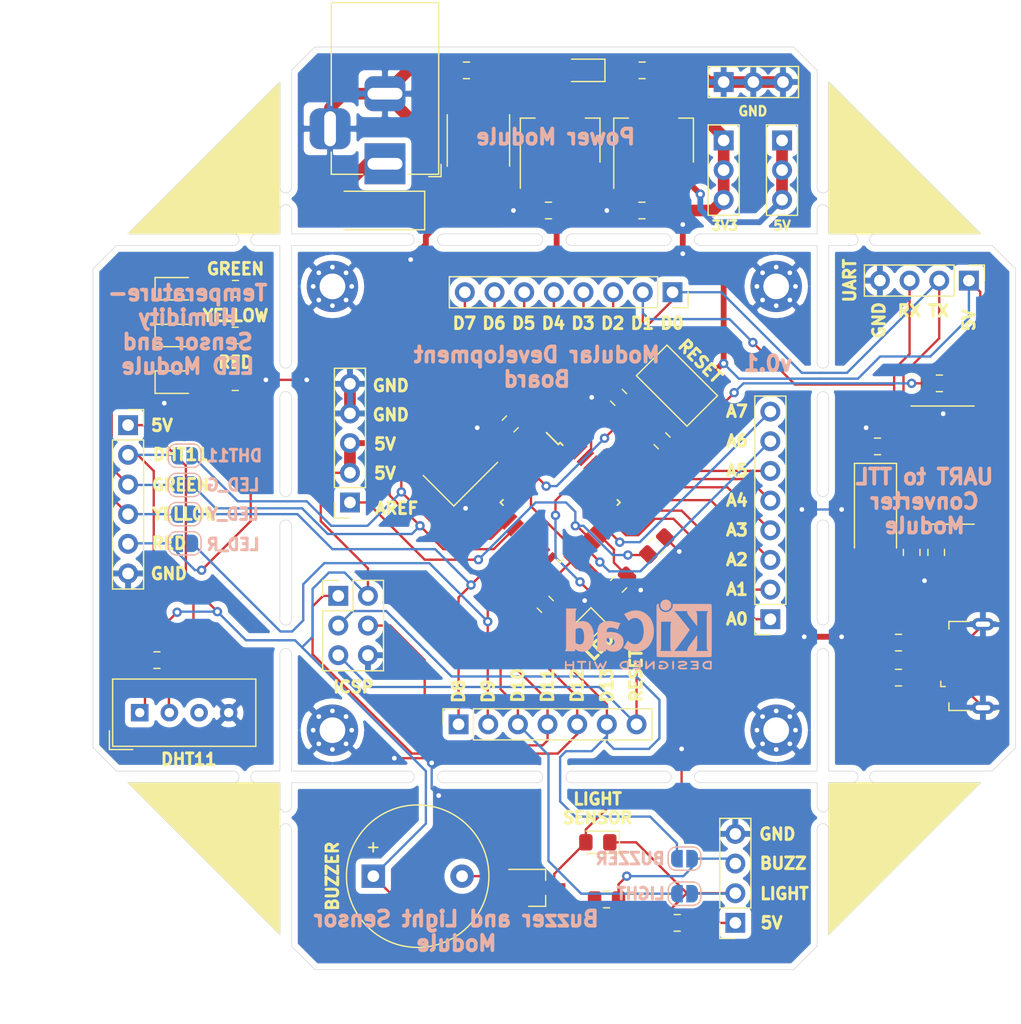
<source format=kicad_pcb>
(kicad_pcb (version 20171130) (host pcbnew "(5.1.6)-1")
  (layers (0 F.Cu signal) (31 B.Cu signal) (34 B.Paste user) (35 F.Paste user) (36 B.SilkS user) (37 F.SilkS user) (38 B.Mask user) (39 F.Mask user) (44 Edge.Cuts user))
  (net 0 "")
  (net 1 +5V)
  (net 2 "Net-(BZ1-Pad2)")
  (net 3 GND)
  (net 4 /AREF)
  (net 5 VCC)
  (net 6 +3V3)
  (net 7 "Net-(C8-Pad1)")
  (net 8 /RESET)
  (net 9 "Net-(C9-Pad2)")
  (net 10 /XI)
  (net 11 /XO)
  (net 12 "Net-(D1-Pad1)")
  (net 13 "Net-(D1-Pad2)")
  (net 14 "Net-(D2-Pad2)")
  (net 15 "Net-(D3-Pad1)")
  (net 16 "Net-(D4-Pad2)")
  (net 17 "Net-(D5-Pad2)")
  (net 18 "Net-(D6-Pad2)")
  (net 19 /D0)
  (net 20 /D1)
  (net 21 /D2)
  (net 22 /D3)
  (net 23 /D4)
  (net 24 /D5)
  (net 25 /D6)
  (net 26 /D7)
  (net 27 /D8)
  (net 28 /D9)
  (net 29 /D10)
  (net 30 /D11)
  (net 31 /D12)
  (net 32 /D13)
  (net 33 /A7)
  (net 34 /A6)
  (net 35 /A5)
  (net 36 /A4)
  (net 37 /A3)
  (net 38 /A2)
  (net 39 /A1)
  (net 40 /A0)
  (net 41 /DHT11)
  (net 42 /LED_G)
  (net 43 /LED_Y)
  (net 44 /LED_R)
  (net 45 /LIGHT)
  (net 46 /BUZZER)
  (net 47 "Net-(J12-Pad2)")
  (net 48 "Net-(J12-Pad1)")
  (net 49 "Net-(J12-Pad3)")
  (net 50 "Net-(Q2-Pad2)")
  (net 51 /D+)
  (net 52 /D-)
  (net 53 /XTAL1)
  (net 54 /XTAL2)
  (net 55 "Net-(U4-Pad9)")
  (net 56 "Net-(U4-Pad10)")
  (net 57 "Net-(U4-Pad11)")
  (net 58 "Net-(U4-Pad12)")
  (net 59 "Net-(U4-Pad14)")
  (net 60 "Net-(U4-Pad15)")
  (net 61 "Net-(U5-Pad3)")
  (module Symbol:KiCad-Logo2_5mm_SilkScreen (layer B.Cu) (at 77.7 87.3 180)
    (fp_text reference REF** hide)
    (fp_text value KiCad-Logo2_5mm_SilkScreen hide)
  )
  (module Connector_PinSocket_2.54mm:PinSocket_1x03_P2.54mm_Vertical (layer F.Cu) (at 85 45)
    (fp_text reference J3)
    (fp_text value "3V3 Out")
    (pad 1 thru_hole rect (at 0 0) (size 1.7 1.7) (drill 1) (layers *.Cu *.Mask) (net 6 +3V3))
    (pad 2 thru_hole oval (at 0 2.54) (size 1.7 1.7) (drill 1) (layers *.Cu *.Mask) (net 6 +3V3))
    (pad 3 thru_hole oval (at 0 5.08) (size 1.7 1.7) (drill 1) (layers *.Cu *.Mask) (net 6 +3V3))
  )
  (module Connector_PinSocket_2.54mm:PinSocket_1x03_P2.54mm_Vertical (layer F.Cu) (at 90 45)
    (fp_text reference J2)
    (fp_text value "5V Out")
    (pad 3 thru_hole oval (at 0 5.08) (size 1.7 1.7) (drill 1) (layers *.Cu *.Mask) (net 1 +5V))
    (pad 2 thru_hole oval (at 0 2.54) (size 1.7 1.7) (drill 1) (layers *.Cu *.Mask) (net 1 +5V))
    (pad 1 thru_hole rect (at 0 0) (size 1.7 1.7) (drill 1) (layers *.Cu *.Mask) (net 1 +5V))
  )
  (module Connector_PinSocket_2.54mm:PinSocket_1x03_P2.54mm_Vertical (layer F.Cu) (at 85 40 90)
    (fp_text reference J4)
    (fp_text value GND)
    (pad 1 thru_hole rect (at 0 0 90) (size 1.7 1.7) (drill 1) (layers *.Cu *.Mask) (net 3 GND))
    (pad 2 thru_hole oval (at 0 2.54 90) (size 1.7 1.7) (drill 1) (layers *.Cu *.Mask) (net 3 GND))
    (pad 3 thru_hole oval (at 0 5.08 90) (size 1.7 1.7) (drill 1) (layers *.Cu *.Mask) (net 3 GND))
  )
  (module Sensor:Aosong_DHT11_5.5x12.0_P2.54mm (layer F.Cu) (at 35 94 90)
    (fp_text reference U5)
    (fp_text value DHT11)
    (pad 1 thru_hole rect (at 0 0 90) (size 1.5 1.5) (drill 0.8) (layers *.Cu *.Mask) (net 1 +5V))
    (pad 2 thru_hole circle (at 0 2.54 90) (size 1.5 1.5) (drill 0.8) (layers *.Cu *.Mask) (net 41 /DHT11))
    (pad 3 thru_hole circle (at 0 5.08 90) (size 1.5 1.5) (drill 0.8) (layers *.Cu *.Mask) (net 61 "Net-(U5-Pad3)"))
    (pad 4 thru_hole circle (at 0 7.62 90) (size 1.5 1.5) (drill 0.8) (layers *.Cu *.Mask) (net 3 GND))
  )
  (module Buzzer_Beeper:Buzzer_12x9.5RM7.6 (layer F.Cu) (at 55 108)
    (fp_text reference BZ1)
    (fp_text value Buzzer)
    (fp_text user + (at -0.01 -2.54) (layer F.SilkS))
    (pad 1 thru_hole rect (at 0 0) (size 2 2) (drill 1) (layers *.Cu *.Mask) (net 1 +5V))
    (pad 2 thru_hole circle (at 7.6 0) (size 2 2) (drill 1) (layers *.Cu *.Mask) (net 2 "Net-(BZ1-Pad2)"))
  )
  (module Capacitor_SMD:C_0805_2012Metric_Pad1.15x1.40mm_HandSolder (layer F.Cu) (at 79.275216 79.724784 45)
    (fp_text reference C1)
    (fp_text value "100nF 50V")
    (pad 2 smd roundrect (at 1.025 0 45) (size 1.15 1.4) (layers F.Cu F.Paste F.Mask) (roundrect_rratio 0.217391) (net 3 GND))
    (pad 1 smd roundrect (at -1.025 0 45) (size 1.15 1.4) (layers F.Cu F.Paste F.Mask) (roundrect_rratio 0.217391) (net 4 /AREF))
  )
  (module Capacitor_SMD:C_0805_2012Metric_Pad1.15x1.40mm_HandSolder (layer F.Cu) (at 66.724784 69.275216 45)
    (fp_text reference C2)
    (fp_text value "100nF 50V")
    (pad 1 smd roundrect (at -1.025 0 45) (size 1.15 1.4) (layers F.Cu F.Paste F.Mask) (roundrect_rratio 0.217391) (net 1 +5V))
    (pad 2 smd roundrect (at 1.025 0 45) (size 1.15 1.4) (layers F.Cu F.Paste F.Mask) (roundrect_rratio 0.217391) (net 3 GND))
  )
  (module Capacitor_SMD:C_0805_2012Metric_Pad1.15x1.40mm_HandSolder (layer F.Cu) (at 76 67 135)
    (fp_text reference C3)
    (fp_text value "4.7uF 10V")
    (pad 1 smd roundrect (at -1.025 0 135) (size 1.15 1.4) (layers F.Cu F.Paste F.Mask) (roundrect_rratio 0.217391) (net 1 +5V))
    (pad 2 smd roundrect (at 1.025 0 135) (size 1.15 1.4) (layers F.Cu F.Paste F.Mask) (roundrect_rratio 0.217391) (net 3 GND))
  )
  (module Capacitor_SMD:C_0805_2012Metric_Pad1.15x1.40mm_HandSolder (layer F.Cu) (at 76 83 45)
    (fp_text reference C4)
    (fp_text value "100nF 50V")
    (pad 2 smd roundrect (at 1.025 0 45) (size 1.15 1.4) (layers F.Cu F.Paste F.Mask) (roundrect_rratio 0.217391) (net 3 GND))
    (pad 1 smd roundrect (at -1.025 0 45) (size 1.15 1.4) (layers F.Cu F.Paste F.Mask) (roundrect_rratio 0.217391) (net 1 +5V))
  )
  (module Capacitor_SMD:C_0805_2012Metric_Pad1.15x1.40mm_HandSolder (layer F.Cu) (at 62.975 39 180)
    (fp_text reference C5)
    (fp_text value "22uF 25V")
    (pad 1 smd roundrect (at -1.025 0 180) (size 1.15 1.4) (layers F.Cu F.Paste F.Mask) (roundrect_rratio 0.217391) (net 5 VCC))
    (pad 2 smd roundrect (at 1.025 0 180) (size 1.15 1.4) (layers F.Cu F.Paste F.Mask) (roundrect_rratio 0.217391) (net 3 GND))
  )
  (module Capacitor_SMD:C_0805_2012Metric_Pad1.15x1.40mm_HandSolder (layer F.Cu) (at 70 51 180)
    (fp_text reference C6)
    (fp_text value "10uF 10V")
    (pad 2 smd roundrect (at 1.025 0 180) (size 1.15 1.4) (layers F.Cu F.Paste F.Mask) (roundrect_rratio 0.217391) (net 3 GND))
    (pad 1 smd roundrect (at -1.025 0 180) (size 1.15 1.4) (layers F.Cu F.Paste F.Mask) (roundrect_rratio 0.217391) (net 1 +5V))
  )
  (module Capacitor_SMD:C_0805_2012Metric_Pad1.15x1.40mm_HandSolder (layer F.Cu) (at 78 51 180)
    (fp_text reference C7)
    (fp_text value "10uF 10V")
    (pad 1 smd roundrect (at -1.025 0 180) (size 1.15 1.4) (layers F.Cu F.Paste F.Mask) (roundrect_rratio 0.217391) (net 6 +3V3))
    (pad 2 smd roundrect (at 1.025 0 180) (size 1.15 1.4) (layers F.Cu F.Paste F.Mask) (roundrect_rratio 0.217391) (net 3 GND))
  )
  (module Capacitor_SMD:C_0805_2012Metric_Pad1.15x1.40mm_HandSolder (layer F.Cu) (at 98.175 71.2 180)
    (fp_text reference C8)
    (fp_text value "10nF 50V")
    (pad 2 smd roundrect (at 1.025 0 180) (size 1.15 1.4) (layers F.Cu F.Paste F.Mask) (roundrect_rratio 0.217391) (net 3 GND))
    (pad 1 smd roundrect (at -1.025 0 180) (size 1.15 1.4) (layers F.Cu F.Paste F.Mask) (roundrect_rratio 0.217391) (net 7 "Net-(C8-Pad1)"))
  )
  (module Capacitor_SMD:C_0805_2012Metric_Pad1.15x1.40mm_HandSolder (layer F.Cu) (at 103.475 65.8)
    (fp_text reference C9)
    (fp_text value "10nF 50V")
    (pad 1 smd roundrect (at -1.025 0) (size 1.15 1.4) (layers F.Cu F.Paste F.Mask) (roundrect_rratio 0.217391) (net 8 /RESET))
    (pad 2 smd roundrect (at 1.025 0) (size 1.15 1.4) (layers F.Cu F.Paste F.Mask) (roundrect_rratio 0.217391) (net 9 "Net-(C9-Pad2)"))
  )
  (module Capacitor_SMD:C_0805_2012Metric_Pad1.15x1.40mm_HandSolder (layer F.Cu) (at 103.2 80.275 270)
    (fp_text reference C10)
    (fp_text value 18pF)
    (pad 1 smd roundrect (at -1.025 0 270) (size 1.15 1.4) (layers F.Cu F.Paste F.Mask) (roundrect_rratio 0.217391) (net 10 /XI))
    (pad 2 smd roundrect (at 1.025 0 270) (size 1.15 1.4) (layers F.Cu F.Paste F.Mask) (roundrect_rratio 0.217391) (net 3 GND))
  )
  (module Capacitor_SMD:C_0805_2012Metric_Pad1.15x1.40mm_HandSolder (layer F.Cu) (at 101.1 80.275 270)
    (fp_text reference C11)
    (fp_text value 18pF)
    (pad 2 smd roundrect (at 1.025 0 270) (size 1.15 1.4) (layers F.Cu F.Paste F.Mask) (roundrect_rratio 0.217391) (net 3 GND))
    (pad 1 smd roundrect (at -1.025 0 270) (size 1.15 1.4) (layers F.Cu F.Paste F.Mask) (roundrect_rratio 0.217391) (net 11 /XO))
  )
  (module Diode_SMD:D_SMA_Handsoldering (layer F.Cu) (at 55 51 180)
    (fp_text reference D1)
    (fp_text value CDBA240LL-G)
    (pad 1 smd rect (at -2.5 0 180) (size 3.5 1.8) (layers F.Cu F.Paste F.Mask) (net 12 "Net-(D1-Pad1)"))
    (pad 2 smd rect (at 2.5 0 180) (size 3.5 1.8) (layers F.Cu F.Paste F.Mask) (net 13 "Net-(D1-Pad2)"))
  )
  (module LED_SMD:LED_0805_2012Metric_Pad1.15x1.40mm_HandSolder (layer F.Cu) (at 73 87 225)
    (fp_text reference D2)
    (fp_text value LED)
    (pad 1 smd roundrect (at -1.025 0 225) (size 1.15 1.4) (layers F.Cu F.Paste F.Mask) (roundrect_rratio 0.217391) (net 3 GND))
    (pad 2 smd roundrect (at 1.025 0 225) (size 1.15 1.4) (layers F.Cu F.Paste F.Mask) (roundrect_rratio 0.217391) (net 14 "Net-(D2-Pad2)"))
  )
  (module LED_SMD:LED_0805_2012Metric_Pad1.15x1.40mm_HandSolder (layer F.Cu) (at 72.975 39 180)
    (fp_text reference D3)
    (fp_text value LED)
    (pad 1 smd roundrect (at -1.025 0 180) (size 1.15 1.4) (layers F.Cu F.Paste F.Mask) (roundrect_rratio 0.217391) (net 15 "Net-(D3-Pad1)"))
    (pad 2 smd roundrect (at 1.025 0 180) (size 1.15 1.4) (layers F.Cu F.Paste F.Mask) (roundrect_rratio 0.217391) (net 1 +5V))
  )
  (module LED_SMD:LED_0805_2012Metric_Pad1.15x1.40mm_HandSolder (layer F.Cu) (at 38.175 57.7)
    (fp_text reference D4)
    (fp_text value GREEN)
    (pad 1 smd roundrect (at -1.025 0) (size 1.15 1.4) (layers F.Cu F.Paste F.Mask) (roundrect_rratio 0.217391) (net 3 GND))
    (pad 2 smd roundrect (at 1.025 0) (size 1.15 1.4) (layers F.Cu F.Paste F.Mask) (roundrect_rratio 0.217391) (net 16 "Net-(D4-Pad2)"))
  )
  (module LED_SMD:LED_0805_2012Metric_Pad1.15x1.40mm_HandSolder (layer F.Cu) (at 38.175 61.7)
    (fp_text reference D5)
    (fp_text value YELLOW)
    (pad 2 smd roundrect (at 1.025 0) (size 1.15 1.4) (layers F.Cu F.Paste F.Mask) (roundrect_rratio 0.217391) (net 17 "Net-(D5-Pad2)"))
    (pad 1 smd roundrect (at -1.025 0) (size 1.15 1.4) (layers F.Cu F.Paste F.Mask) (roundrect_rratio 0.217391) (net 3 GND))
  )
  (module LED_SMD:LED_0805_2012Metric_Pad1.15x1.40mm_HandSolder (layer F.Cu) (at 38.175 65.7)
    (fp_text reference D6)
    (fp_text value RED)
    (pad 2 smd roundrect (at 1.025 0) (size 1.15 1.4) (layers F.Cu F.Paste F.Mask) (roundrect_rratio 0.217391) (net 18 "Net-(D6-Pad2)"))
    (pad 1 smd roundrect (at -1.025 0) (size 1.15 1.4) (layers F.Cu F.Paste F.Mask) (roundrect_rratio 0.217391) (net 3 GND))
  )
  (module Fuse:Fuse_2920_7451Metric_Pad2.10x5.45mm_HandSolder (layer F.Cu) (at 64 45 270)
    (fp_text reference F1)
    (fp_text value "2A 24V PTC")
    (pad 1 smd roundrect (at -3.475 0 270) (size 2.1 5.45) (layers F.Cu F.Paste F.Mask) (roundrect_rratio 0.119048) (net 5 VCC))
    (pad 2 smd roundrect (at 3.475 0 270) (size 2.1 5.45) (layers F.Cu F.Paste F.Mask) (roundrect_rratio 0.119048) (net 12 "Net-(D1-Pad1)"))
  )
  (module Connector_BarrelJack:BarrelJack_Horizontal (layer F.Cu) (at 56 47 270)
    (fp_text reference J1)
    (fp_text value "Power In")
    (pad 1 thru_hole rect (at 0 0 270) (size 3.5 3.5) (drill oval 1 3) (layers *.Cu *.Mask) (net 13 "Net-(D1-Pad2)"))
    (pad 2 thru_hole roundrect (at -6 0 270) (size 3 3.5) (drill oval 1 3) (layers *.Cu *.Mask) (net 3 GND))
    (pad 3 thru_hole roundrect (at -3 4.7 270) (size 3.5 3.5) (drill oval 3 1) (layers *.Cu *.Mask) (net 3 GND))
  )
  (module Connector_PinSocket_2.54mm:PinSocket_1x08_P2.54mm_Vertical (layer F.Cu) (at 80.62 58 270)
    (fp_text reference J5)
    (fp_text value "Digital 1")
    (pad 1 thru_hole rect (at 0 0 270) (size 1.7 1.7) (drill 1) (layers *.Cu *.Mask) (net 19 /D0))
    (pad 2 thru_hole oval (at 0 2.54 270) (size 1.7 1.7) (drill 1) (layers *.Cu *.Mask) (net 20 /D1))
    (pad 3 thru_hole oval (at 0 5.08 270) (size 1.7 1.7) (drill 1) (layers *.Cu *.Mask) (net 21 /D2))
    (pad 4 thru_hole oval (at 0 7.62 270) (size 1.7 1.7) (drill 1) (layers *.Cu *.Mask) (net 22 /D3))
    (pad 5 thru_hole oval (at 0 10.16 270) (size 1.7 1.7) (drill 1) (layers *.Cu *.Mask) (net 23 /D4))
    (pad 6 thru_hole oval (at 0 12.7 270) (size 1.7 1.7) (drill 1) (layers *.Cu *.Mask) (net 24 /D5))
    (pad 7 thru_hole oval (at 0 15.24 270) (size 1.7 1.7) (drill 1) (layers *.Cu *.Mask) (net 25 /D6))
    (pad 8 thru_hole oval (at 0 17.78 270) (size 1.7 1.7) (drill 1) (layers *.Cu *.Mask) (net 26 /D7))
  )
  (module Connector_PinSocket_2.54mm:PinSocket_1x07_P2.54mm_Vertical (layer F.Cu) (at 62.3 95 90)
    (fp_text reference J6)
    (fp_text value "Digital 2")
    (pad 1 thru_hole rect (at 0 0 90) (size 1.7 1.7) (drill 1) (layers *.Cu *.Mask) (net 27 /D8))
    (pad 2 thru_hole oval (at 0 2.54 90) (size 1.7 1.7) (drill 1) (layers *.Cu *.Mask) (net 28 /D9))
    (pad 3 thru_hole oval (at 0 5.08 90) (size 1.7 1.7) (drill 1) (layers *.Cu *.Mask) (net 29 /D10))
    (pad 4 thru_hole oval (at 0 7.62 90) (size 1.7 1.7) (drill 1) (layers *.Cu *.Mask) (net 30 /D11))
    (pad 5 thru_hole oval (at 0 10.16 90) (size 1.7 1.7) (drill 1) (layers *.Cu *.Mask) (net 31 /D12))
    (pad 6 thru_hole oval (at 0 12.7 90) (size 1.7 1.7) (drill 1) (layers *.Cu *.Mask) (net 32 /D13))
    (pad 7 thru_hole oval (at 0 15.24 90) (size 1.7 1.7) (drill 1) (layers *.Cu *.Mask) (net 8 /RESET))
  )
  (module Connector_PinSocket_2.54mm:PinSocket_1x08_P2.54mm_Vertical (layer F.Cu) (at 89 86 180)
    (fp_text reference J7)
    (fp_text value Analog)
    (pad 8 thru_hole oval (at 0 17.78 180) (size 1.7 1.7) (drill 1) (layers *.Cu *.Mask) (net 33 /A7))
    (pad 7 thru_hole oval (at 0 15.24 180) (size 1.7 1.7) (drill 1) (layers *.Cu *.Mask) (net 34 /A6))
    (pad 6 thru_hole oval (at 0 12.7 180) (size 1.7 1.7) (drill 1) (layers *.Cu *.Mask) (net 35 /A5))
    (pad 5 thru_hole oval (at 0 10.16 180) (size 1.7 1.7) (drill 1) (layers *.Cu *.Mask) (net 36 /A4))
    (pad 4 thru_hole oval (at 0 7.62 180) (size 1.7 1.7) (drill 1) (layers *.Cu *.Mask) (net 37 /A3))
    (pad 3 thru_hole oval (at 0 5.08 180) (size 1.7 1.7) (drill 1) (layers *.Cu *.Mask) (net 38 /A2))
    (pad 2 thru_hole oval (at 0 2.54 180) (size 1.7 1.7) (drill 1) (layers *.Cu *.Mask) (net 39 /A1))
    (pad 1 thru_hole rect (at 0 0 180) (size 1.7 1.7) (drill 1) (layers *.Cu *.Mask) (net 40 /A0))
  )
  (module Connector_PinSocket_2.54mm:PinSocket_1x05_P2.54mm_Vertical (layer F.Cu) (at 53 76 180)
    (fp_text reference J8)
    (fp_text value Power)
    (pad 1 thru_hole rect (at 0 0 180) (size 1.7 1.7) (drill 1) (layers *.Cu *.Mask) (net 4 /AREF))
    (pad 2 thru_hole oval (at 0 2.54 180) (size 1.7 1.7) (drill 1) (layers *.Cu *.Mask) (net 1 +5V))
    (pad 3 thru_hole oval (at 0 5.08 180) (size 1.7 1.7) (drill 1) (layers *.Cu *.Mask) (net 1 +5V))
    (pad 4 thru_hole oval (at 0 7.62 180) (size 1.7 1.7) (drill 1) (layers *.Cu *.Mask) (net 3 GND))
    (pad 5 thru_hole oval (at 0 10.16 180) (size 1.7 1.7) (drill 1) (layers *.Cu *.Mask) (net 3 GND))
  )
  (module Connector_PinHeader_2.54mm:PinHeader_2x03_P2.54mm_Vertical (layer F.Cu) (at 52 84)
    (fp_text reference J9)
    (fp_text value ICSP)
    (pad 1 thru_hole rect (at 0 0) (size 1.7 1.7) (drill 1) (layers *.Cu *.Mask) (net 31 /D12))
    (pad 2 thru_hole oval (at 2.54 0) (size 1.7 1.7) (drill 1) (layers *.Cu *.Mask) (net 1 +5V))
    (pad 3 thru_hole oval (at 0 2.54) (size 1.7 1.7) (drill 1) (layers *.Cu *.Mask) (net 32 /D13))
    (pad 4 thru_hole oval (at 2.54 2.54) (size 1.7 1.7) (drill 1) (layers *.Cu *.Mask) (net 30 /D11))
    (pad 5 thru_hole oval (at 0 5.08) (size 1.7 1.7) (drill 1) (layers *.Cu *.Mask) (net 8 /RESET))
    (pad 6 thru_hole oval (at 2.54 5.08) (size 1.7 1.7) (drill 1) (layers *.Cu *.Mask) (net 3 GND))
  )
  (module Connector_PinSocket_2.54mm:PinSocket_1x06_P2.54mm_Vertical (layer F.Cu) (at 34 69.38)
    (fp_text reference J10)
    (fp_text value DHT11-LEDS)
    (pad 1 thru_hole rect (at 0 0) (size 1.7 1.7) (drill 1) (layers *.Cu *.Mask) (net 1 +5V))
    (pad 2 thru_hole oval (at 0 2.54) (size 1.7 1.7) (drill 1) (layers *.Cu *.Mask) (net 41 /DHT11))
    (pad 3 thru_hole oval (at 0 5.08) (size 1.7 1.7) (drill 1) (layers *.Cu *.Mask) (net 42 /LED_G))
    (pad 4 thru_hole oval (at 0 7.62) (size 1.7 1.7) (drill 1) (layers *.Cu *.Mask) (net 43 /LED_Y))
    (pad 5 thru_hole oval (at 0 10.16) (size 1.7 1.7) (drill 1) (layers *.Cu *.Mask) (net 44 /LED_R))
    (pad 6 thru_hole oval (at 0 12.7) (size 1.7 1.7) (drill 1) (layers *.Cu *.Mask) (net 3 GND))
  )
  (module Connector_PinSocket_2.54mm:PinSocket_1x04_P2.54mm_Vertical (layer F.Cu) (at 86 112 180)
    (fp_text reference J11)
    (fp_text value Buzzzer-Light)
    (pad 1 thru_hole rect (at 0 0 180) (size 1.7 1.7) (drill 1) (layers *.Cu *.Mask) (net 1 +5V))
    (pad 2 thru_hole oval (at 0 2.54 180) (size 1.7 1.7) (drill 1) (layers *.Cu *.Mask) (net 45 /LIGHT))
    (pad 3 thru_hole oval (at 0 5.08 180) (size 1.7 1.7) (drill 1) (layers *.Cu *.Mask) (net 46 /BUZZER))
    (pad 4 thru_hole oval (at 0 7.62 180) (size 1.7 1.7) (drill 1) (layers *.Cu *.Mask) (net 3 GND))
  )
  (module Connector_USB:USB_Micro-B_GCT_USB3076-30-A (layer F.Cu) (at 106 90 90)
    (fp_text reference J12)
    (fp_text value USB_B_Micro)
    (pad 6 smd rect (at 1.125 1.2 90) (size 1.75 1.9) (layers F.Cu F.Paste F.Mask) (net 3 GND))
    (pad 2 smd rect (at -0.65 -1.45 90) (size 0.4 1.4) (layers F.Cu F.Paste F.Mask) (net 47 "Net-(J12-Pad2)"))
    (pad 1 smd rect (at -1.3 -1.45 90) (size 0.4 1.4) (layers F.Cu F.Paste F.Mask) (net 48 "Net-(J12-Pad1)"))
    (pad 5 smd rect (at 1.3 -1.45 90) (size 0.4 1.4) (layers F.Cu F.Paste F.Mask) (net 3 GND))
    (pad 4 smd rect (at 0.65 -1.45 90) (size 0.4 1.4) (layers F.Cu F.Paste F.Mask) (net 3 GND))
    (pad 3 smd rect (at 0 -1.45 90) (size 0.4 1.4) (layers F.Cu F.Paste F.Mask) (net 49 "Net-(J12-Pad3)"))
    (pad 6 smd rect (at -1.125 1.2 90) (size 1.75 1.9) (layers F.Cu F.Paste F.Mask) (net 3 GND))
    (pad 6 thru_hole oval (at -3.575 1.2 270) (size 1.05 1.9) (drill oval 0.45 1.25) (layers *.Cu *.Mask) (net 3 GND))
    (pad 6 thru_hole oval (at 3.575 1.2 90) (size 1.05 1.9) (drill oval 0.45 1.25) (layers *.Cu *.Mask) (net 3 GND))
    (pad 6 smd rect (at 2.32 -1.03 90) (size 1.15 1.45) (layers F.Cu F.Paste F.Mask) (net 3 GND))
    (pad 6 smd rect (at -2.32 -1.03 90) (size 1.15 1.45) (layers F.Cu F.Paste F.Mask) (net 3 GND))
  )
  (module Diode_SMD:D_0805_2012Metric_Pad1.15x1.40mm_HandSolder (layer F.Cu) (at 74.225 105.1 180)
    (fp_text reference Q1)
    (fp_text value ALS-PT19-315C)
    (pad 1 smd roundrect (at -1.025 0 180) (size 1.15 1.4) (layers F.Cu F.Paste F.Mask) (roundrect_rratio 0.217391) (net 45 /LIGHT))
    (pad 2 smd roundrect (at 1.025 0 180) (size 1.15 1.4) (layers F.Cu F.Paste F.Mask) (roundrect_rratio 0.217391) (net 3 GND))
  )
  (module Package_TO_SOT_SMD:SOT-23_Handsoldering (layer F.Cu) (at 69 109)
    (fp_text reference Q2)
    (fp_text value 2N2222)
    (pad 1 smd rect (at -1.5 -0.95) (size 1.9 0.8) (layers F.Cu F.Paste F.Mask) (net 2 "Net-(BZ1-Pad2)"))
    (pad 2 smd rect (at -1.5 0.95) (size 1.9 0.8) (layers F.Cu F.Paste F.Mask) (net 50 "Net-(Q2-Pad2)"))
    (pad 3 smd rect (at 1.5 0) (size 1.9 0.8) (layers F.Cu F.Paste F.Mask) (net 3 GND))
  )
  (module Resistor_SMD:R_0805_2012Metric_Pad1.15x1.40mm_HandSolder (layer F.Cu) (at 69.724784 84.724784 135)
    (fp_text reference R1)
    (fp_text value 1k)
    (pad 1 smd roundrect (at -1.025 0 135) (size 1.15 1.4) (layers F.Cu F.Paste F.Mask) (roundrect_rratio 0.217391) (net 14 "Net-(D2-Pad2)"))
    (pad 2 smd roundrect (at 1.025 0 135) (size 1.15 1.4) (layers F.Cu F.Paste F.Mask) (roundrect_rratio 0.217391) (net 32 /D13))
  )
  (module Resistor_SMD:R_0805_2012Metric_Pad1.15x1.40mm_HandSolder (layer F.Cu) (at 79.724784 70.724784 315)
    (fp_text reference R2)
    (fp_text value 1K)
    (pad 2 smd roundrect (at 1.025 0 315) (size 1.15 1.4) (layers F.Cu F.Paste F.Mask) (roundrect_rratio 0.217391) (net 8 /RESET))
    (pad 1 smd roundrect (at -1.025 0 315) (size 1.15 1.4) (layers F.Cu F.Paste F.Mask) (roundrect_rratio 0.217391) (net 1 +5V))
  )
  (module Resistor_SMD:R_0805_2012Metric_Pad1.15x1.40mm_HandSolder (layer F.Cu) (at 78.025 39 180)
    (fp_text reference R3)
    (fp_text value 1k)
    (pad 1 smd roundrect (at -1.025 0 180) (size 1.15 1.4) (layers F.Cu F.Paste F.Mask) (roundrect_rratio 0.217391) (net 3 GND))
    (pad 2 smd roundrect (at 1.025 0 180) (size 1.15 1.4) (layers F.Cu F.Paste F.Mask) (roundrect_rratio 0.217391) (net 15 "Net-(D3-Pad1)"))
  )
  (module Resistor_SMD:R_0805_2012Metric_Pad1.15x1.40mm_HandSolder (layer F.Cu) (at 99.975 88)
    (fp_text reference R4)
    (fp_text value 22)
    (pad 2 smd roundrect (at 1.025 0) (size 1.15 1.4) (layers F.Cu F.Paste F.Mask) (roundrect_rratio 0.217391) (net 49 "Net-(J12-Pad3)"))
    (pad 1 smd roundrect (at -1.025 0) (size 1.15 1.4) (layers F.Cu F.Paste F.Mask) (roundrect_rratio 0.217391) (net 51 /D+))
  )
  (module Resistor_SMD:R_0805_2012Metric_Pad1.15x1.40mm_HandSolder (layer F.Cu) (at 99.975 91)
    (fp_text reference R5)
    (fp_text value 22)
    (pad 2 smd roundrect (at 1.025 0) (size 1.15 1.4) (layers F.Cu F.Paste F.Mask) (roundrect_rratio 0.217391) (net 47 "Net-(J12-Pad2)"))
    (pad 1 smd roundrect (at -1.025 0) (size 1.15 1.4) (layers F.Cu F.Paste F.Mask) (roundrect_rratio 0.217391) (net 52 /D-))
  )
  (module Resistor_SMD:R_0805_2012Metric_Pad1.15x1.40mm_HandSolder (layer F.Cu) (at 81.025 112 180)
    (fp_text reference R6)
    (fp_text value 1K)
    (pad 1 smd roundrect (at -1.025 0 180) (size 1.15 1.4) (layers F.Cu F.Paste F.Mask) (roundrect_rratio 0.217391) (net 1 +5V))
    (pad 2 smd roundrect (at 1.025 0 180) (size 1.15 1.4) (layers F.Cu F.Paste F.Mask) (roundrect_rratio 0.217391) (net 45 /LIGHT))
  )
  (module Resistor_SMD:R_0805_2012Metric_Pad1.15x1.40mm_HandSolder (layer F.Cu) (at 43.2 57.7)
    (fp_text reference R7)
    (fp_text value 330)
    (pad 1 smd roundrect (at -1.025 0) (size 1.15 1.4) (layers F.Cu F.Paste F.Mask) (roundrect_rratio 0.217391) (net 16 "Net-(D4-Pad2)"))
    (pad 2 smd roundrect (at 1.025 0) (size 1.15 1.4) (layers F.Cu F.Paste F.Mask) (roundrect_rratio 0.217391) (net 42 /LED_G))
  )
  (module Resistor_SMD:R_0805_2012Metric_Pad1.15x1.40mm_HandSolder (layer F.Cu) (at 43.175 61.7)
    (fp_text reference R8)
    (fp_text value 330)
    (pad 2 smd roundrect (at 1.025 0) (size 1.15 1.4) (layers F.Cu F.Paste F.Mask) (roundrect_rratio 0.217391) (net 43 /LED_Y))
    (pad 1 smd roundrect (at -1.025 0) (size 1.15 1.4) (layers F.Cu F.Paste F.Mask) (roundrect_rratio 0.217391) (net 17 "Net-(D5-Pad2)"))
  )
  (module Resistor_SMD:R_0805_2012Metric_Pad1.15x1.40mm_HandSolder (layer F.Cu) (at 43.175 65.7)
    (fp_text reference R9)
    (fp_text value 330)
    (pad 1 smd roundrect (at -1.025 0) (size 1.15 1.4) (layers F.Cu F.Paste F.Mask) (roundrect_rratio 0.217391) (net 18 "Net-(D6-Pad2)"))
    (pad 2 smd roundrect (at 1.025 0) (size 1.15 1.4) (layers F.Cu F.Paste F.Mask) (roundrect_rratio 0.217391) (net 44 /LED_R))
  )
  (module Resistor_SMD:R_0805_2012Metric_Pad1.15x1.40mm_HandSolder (layer F.Cu) (at 74.975 110)
    (fp_text reference R10)
    (fp_text value 4k7)
    (pad 2 smd roundrect (at 1.025 0) (size 1.15 1.4) (layers F.Cu F.Paste F.Mask) (roundrect_rratio 0.217391) (net 46 /BUZZER))
    (pad 1 smd roundrect (at -1.025 0) (size 1.15 1.4) (layers F.Cu F.Paste F.Mask) (roundrect_rratio 0.217391) (net 50 "Net-(Q2-Pad2)"))
  )
  (module Resistor_SMD:R_0805_2012Metric_Pad1.15x1.40mm_HandSolder (layer F.Cu) (at 36.475 89.5)
    (fp_text reference R11)
    (fp_text value 4k7)
    (pad 1 smd roundrect (at -1.025 0) (size 1.15 1.4) (layers F.Cu F.Paste F.Mask) (roundrect_rratio 0.217391) (net 1 +5V))
    (pad 2 smd roundrect (at 1.025 0) (size 1.15 1.4) (layers F.Cu F.Paste F.Mask) (roundrect_rratio 0.217391) (net 41 /DHT11))
  )
  (module Button_Switch_SMD:SW_SPST_CK_RS282G05A3 (layer F.Cu) (at 81 66 135)
    (fp_text reference SW1)
    (fp_text value RESET)
    (pad 1 smd rect (at -3.9 0 135) (size 1.5 1.5) (layers F.Cu F.Paste F.Mask) (net 8 /RESET))
    (pad 2 smd rect (at 3.9 0 135) (size 1.5 1.5) (layers F.Cu F.Paste F.Mask) (net 3 GND))
  )
  (module Package_QFP:TQFP-32_7x7mm_P0.8mm (layer F.Cu) (at 71 76 315)
    (fp_text reference U1)
    (fp_text value ATmega328P-AU)
    (pad 1 smd rect (at -4.25 -2.8 315) (size 1.6 0.55) (layers F.Cu F.Paste F.Mask) (net 22 /D3))
    (pad 2 smd rect (at -4.25 -2 315) (size 1.6 0.55) (layers F.Cu F.Paste F.Mask) (net 23 /D4))
    (pad 3 smd rect (at -4.25 -1.2 315) (size 1.6 0.55) (layers F.Cu F.Paste F.Mask) (net 3 GND))
    (pad 4 smd rect (at -4.25 -0.4 315) (size 1.6 0.55) (layers F.Cu F.Paste F.Mask) (net 1 +5V))
    (pad 5 smd rect (at -4.25 0.4 315) (size 1.6 0.55) (layers F.Cu F.Paste F.Mask) (net 3 GND))
    (pad 6 smd rect (at -4.25 1.2 315) (size 1.6 0.55) (layers F.Cu F.Paste F.Mask) (net 1 +5V))
    (pad 7 smd rect (at -4.25 2 315) (size 1.6 0.55) (layers F.Cu F.Paste F.Mask) (net 53 /XTAL1))
    (pad 8 smd rect (at -4.25 2.8 315) (size 1.6 0.55) (layers F.Cu F.Paste F.Mask) (net 54 /XTAL2))
    (pad 9 smd rect (at -2.8 4.25 45) (size 1.6 0.55) (layers F.Cu F.Paste F.Mask) (net 24 /D5))
    (pad 10 smd rect (at -2 4.25 45) (size 1.6 0.55) (layers F.Cu F.Paste F.Mask) (net 25 /D6))
    (pad 11 smd rect (at -1.2 4.25 45) (size 1.6 0.55) (layers F.Cu F.Paste F.Mask) (net 26 /D7))
    (pad 12 smd rect (at -0.4 4.25 45) (size 1.6 0.55) (layers F.Cu F.Paste F.Mask) (net 27 /D8))
    (pad 13 smd rect (at 0.4 4.25 45) (size 1.6 0.55) (layers F.Cu F.Paste F.Mask) (net 28 /D9))
    (pad 14 smd rect (at 1.2 4.25 45) (size 1.6 0.55) (layers F.Cu F.Paste F.Mask) (net 29 /D10))
    (pad 15 smd rect (at 2 4.25 45) (size 1.6 0.55) (layers F.Cu F.Paste F.Mask) (net 30 /D11))
    (pad 16 smd rect (at 2.8 4.25 45) (size 1.6 0.55) (layers F.Cu F.Paste F.Mask) (net 31 /D12))
    (pad 17 smd rect (at 4.25 2.8 315) (size 1.6 0.55) (layers F.Cu F.Paste F.Mask) (net 32 /D13))
    (pad 18 smd rect (at 4.25 2 315) (size 1.6 0.55) (layers F.Cu F.Paste F.Mask) (net 1 +5V))
    (pad 19 smd rect (at 4.25 1.2 315) (size 1.6 0.55) (layers F.Cu F.Paste F.Mask) (net 34 /A6))
    (pad 20 smd rect (at 4.25 0.4 315) (size 1.6 0.55) (layers F.Cu F.Paste F.Mask) (net 4 /AREF))
    (pad 21 smd rect (at 4.25 -0.4 315) (size 1.6 0.55) (layers F.Cu F.Paste F.Mask) (net 3 GND))
    (pad 22 smd rect (at 4.25 -1.2 315) (size 1.6 0.55) (layers F.Cu F.Paste F.Mask) (net 33 /A7))
    (pad 23 smd rect (at 4.25 -2 315) (size 1.6 0.55) (layers F.Cu F.Paste F.Mask) (net 40 /A0))
    (pad 24 smd rect (at 4.25 -2.8 315) (size 1.6 0.55) (layers F.Cu F.Paste F.Mask) (net 39 /A1))
    (pad 25 smd rect (at 2.8 -4.25 45) (size 1.6 0.55) (layers F.Cu F.Paste F.Mask) (net 38 /A2))
    (pad 26 smd rect (at 2 -4.25 45) (size 1.6 0.55) (layers F.Cu F.Paste F.Mask) (net 37 /A3))
    (pad 27 smd rect (at 1.2 -4.25 45) (size 1.6 0.55) (layers F.Cu F.Paste F.Mask) (net 36 /A4))
    (pad 28 smd rect (at 0.4 -4.25 45) (size 1.6 0.55) (layers F.Cu F.Paste F.Mask) (net 35 /A5))
    (pad 29 smd rect (at -0.4 -4.25 45) (size 1.6 0.55) (layers F.Cu F.Paste F.Mask) (net 8 /RESET))
    (pad 30 smd rect (at -1.2 -4.25 45) (size 1.6 0.55) (layers F.Cu F.Paste F.Mask) (net 19 /D0))
    (pad 31 smd rect (at -2 -4.25 45) (size 1.6 0.55) (layers F.Cu F.Paste F.Mask) (net 20 /D1))
    (pad 32 smd rect (at -2.8 -4.25 45) (size 1.6 0.55) (layers F.Cu F.Paste F.Mask) (net 21 /D2))
  )
  (module Package_TO_SOT_SMD:SOT-223-3_TabPin2 (layer F.Cu) (at 71 45 90)
    (fp_text reference U2)
    (fp_text value AMS1117-5.0)
    (pad 2 smd rect (at 3.15 0 90) (size 2 3.8) (layers F.Cu F.Paste F.Mask) (net 1 +5V))
    (pad 2 smd rect (at -3.15 0 90) (size 2 1.5) (layers F.Cu F.Paste F.Mask) (net 1 +5V))
    (pad 3 smd rect (at -3.15 2.3 90) (size 2 1.5) (layers F.Cu F.Paste F.Mask) (net 5 VCC))
    (pad 1 smd rect (at -3.15 -2.3 90) (size 2 1.5) (layers F.Cu F.Paste F.Mask) (net 3 GND))
  )
  (module Package_TO_SOT_SMD:SOT-223-3_TabPin2 (layer F.Cu) (at 79 45 90)
    (fp_text reference U3)
    (fp_text value AMS1117-3.3)
    (pad 1 smd rect (at -3.15 -2.3 90) (size 2 1.5) (layers F.Cu F.Paste F.Mask) (net 3 GND))
    (pad 3 smd rect (at -3.15 2.3 90) (size 2 1.5) (layers F.Cu F.Paste F.Mask) (net 1 +5V))
    (pad 2 smd rect (at -3.15 0 90) (size 2 1.5) (layers F.Cu F.Paste F.Mask) (net 6 +3V3))
    (pad 2 smd rect (at 3.15 0 90) (size 2 3.8) (layers F.Cu F.Paste F.Mask) (net 6 +3V3))
  )
  (module Package_SO:SOIC-16_3.9x9.9mm_P1.27mm (layer F.Cu) (at 104.5 72.8)
    (fp_text reference U4)
    (fp_text value CH340G)
    (pad 1 smd roundrect (at -2.475 -4.445) (size 1.95 0.6) (layers F.Cu F.Paste F.Mask) (net 3 GND))
    (pad 2 smd roundrect (at -2.475 -3.175) (size 1.95 0.6) (layers F.Cu F.Paste F.Mask) (net 19 /D0))
    (pad 3 smd roundrect (at -2.475 -1.905) (size 1.95 0.6) (layers F.Cu F.Paste F.Mask) (net 20 /D1))
    (pad 4 smd roundrect (at -2.475 -0.635) (size 1.95 0.6) (layers F.Cu F.Paste F.Mask) (net 7 "Net-(C8-Pad1)"))
    (pad 5 smd roundrect (at -2.475 0.635) (size 1.95 0.6) (layers F.Cu F.Paste F.Mask) (net 51 /D+))
    (pad 6 smd roundrect (at -2.475 1.905) (size 1.95 0.6) (layers F.Cu F.Paste F.Mask) (net 52 /D-))
    (pad 7 smd roundrect (at -2.475 3.175) (size 1.95 0.6) (layers F.Cu F.Paste F.Mask) (net 10 /XI))
    (pad 8 smd roundrect (at -2.475 4.445) (size 1.95 0.6) (layers F.Cu F.Paste F.Mask) (net 11 /XO))
    (pad 9 smd roundrect (at 2.475 4.445) (size 1.95 0.6) (layers F.Cu F.Paste F.Mask) (net 55 "Net-(U4-Pad9)"))
    (pad 10 smd roundrect (at 2.475 3.175) (size 1.95 0.6) (layers F.Cu F.Paste F.Mask) (net 56 "Net-(U4-Pad10)"))
    (pad 11 smd roundrect (at 2.475 1.905) (size 1.95 0.6) (layers F.Cu F.Paste F.Mask) (net 57 "Net-(U4-Pad11)"))
    (pad 12 smd roundrect (at 2.475 0.635) (size 1.95 0.6) (layers F.Cu F.Paste F.Mask) (net 58 "Net-(U4-Pad12)"))
    (pad 13 smd roundrect (at 2.475 -0.635) (size 1.95 0.6) (layers F.Cu F.Paste F.Mask) (net 9 "Net-(C9-Pad2)"))
    (pad 14 smd roundrect (at 2.475 -1.905) (size 1.95 0.6) (layers F.Cu F.Paste F.Mask) (net 59 "Net-(U4-Pad14)"))
    (pad 15 smd roundrect (at 2.475 -3.175) (size 1.95 0.6) (layers F.Cu F.Paste F.Mask) (net 60 "Net-(U4-Pad15)"))
    (pad 16 smd roundrect (at 2.475 -4.445) (size 1.95 0.6) (layers F.Cu F.Paste F.Mask) (net 1 +5V))
  )
  (module Crystal:Crystal_SMD_5032-4Pin_5.0x3.2mm (layer F.Cu) (at 62.459619 73.126167 45)
    (fp_text reference Y1)
    (fp_text value 16MHz)
    (pad 1 smd rect (at -1.65 1 45) (size 1.6 1.3) (layers F.Cu F.Paste F.Mask) (net 3 GND))
    (pad 2 smd rect (at 1.65 1 45) (size 1.6 1.3) (layers F.Cu F.Paste F.Mask) (net 53 /XTAL1))
    (pad 3 smd rect (at 1.65 -1 45) (size 1.6 1.3) (layers F.Cu F.Paste F.Mask) (net 3 GND))
    (pad 4 smd rect (at -1.65 -1 45) (size 1.6 1.3) (layers F.Cu F.Paste F.Mask) (net 54 /XTAL2))
  )
  (module Crystal:Crystal_SMD_5032-2Pin_5.0x3.2mm_HandSoldering (layer F.Cu) (at 98 77.2 270)
    (fp_text reference Y2)
    (fp_text value 12MHz)
    (pad 1 smd rect (at -2.6 0 270) (size 3.5 2.4) (layers F.Cu F.Paste F.Mask) (net 10 /XI))
    (pad 2 smd rect (at 2.6 0 270) (size 3.5 2.4) (layers F.Cu F.Paste F.Mask) (net 11 /XO))
  )
  (module Connector_PinHeader_2.54mm:PinHeader_1x04_P2.54mm_Vertical (layer F.Cu) (at 106 57 270)
    (fp_text reference J13)
    (fp_text value UART)
    (pad 1 thru_hole rect (at 0 0 270) (size 1.7 1.7) (drill 1) (layers *.Cu *.Mask) (net 1 +5V))
    (pad 2 thru_hole oval (at 0 2.54 270) (size 1.7 1.7) (drill 1) (layers *.Cu *.Mask) (net 19 /D0))
    (pad 3 thru_hole oval (at 0 5.08 270) (size 1.7 1.7) (drill 1) (layers *.Cu *.Mask) (net 20 /D1))
    (pad 4 thru_hole oval (at 0 7.62 270) (size 1.7 1.7) (drill 1) (layers *.Cu *.Mask) (net 3 GND))
  )
  (module Jumper:SolderJumper-2_P1.3mm_Open_RoundedPad1.0x1.5mm (layer B.Cu) (at 81.65 109.5 180)
    (fp_text reference JP1)
    (fp_text value LIGHT)
    (pad 1 smd custom (at -0.65 0 180) (size 1 0.5) (layers B.Cu B.Mask) (net 45 /LIGHT) (options (clearance outline) (anchor rect)) (primitives (gr_circle (center 0 -0.25) (end 0.5 -0.25) (width 0)) (gr_circle (center 0 0.25) (end 0.5 0.25) (width 0)) (gr_poly (pts (xy 0 0.75) (xy 0.5 0.75) (xy 0.5 -0.75) (xy 0 -0.75)) (width 0))))
    (pad 2 smd custom (at 0.65 0 180) (size 1 0.5) (layers B.Cu B.Mask) (net 29 /D10) (options (clearance outline) (anchor rect)) (primitives (gr_circle (center 0 -0.25) (end 0.5 -0.25) (width 0)) (gr_circle (center 0 0.25) (end 0.5 0.25) (width 0)) (gr_poly (pts (xy 0 0.75) (xy -0.5 0.75) (xy -0.5 -0.75) (xy 0 -0.75)) (width 0))))
  )
  (module Jumper:SolderJumper-2_P1.3mm_Open_RoundedPad1.0x1.5mm (layer B.Cu) (at 81.65 106.5 180)
    (fp_text reference JP2)
    (fp_text value BUZZER)
    (pad 2 smd custom (at 0.65 0 180) (size 1 0.5) (layers B.Cu B.Mask) (net 32 /D13) (options (clearance outline) (anchor rect)) (primitives (gr_circle (center 0 -0.25) (end 0.5 -0.25) (width 0)) (gr_circle (center 0 0.25) (end 0.5 0.25) (width 0)) (gr_poly (pts (xy 0 0.75) (xy -0.5 0.75) (xy -0.5 -0.75) (xy 0 -0.75)) (width 0))))
    (pad 1 smd custom (at -0.65 0 180) (size 1 0.5) (layers B.Cu B.Mask) (net 46 /BUZZER) (options (clearance outline) (anchor rect)) (primitives (gr_circle (center 0 -0.25) (end 0.5 -0.25) (width 0)) (gr_circle (center 0 0.25) (end 0.5 0.25) (width 0)) (gr_poly (pts (xy 0 0.75) (xy 0.5 0.75) (xy 0.5 -0.75) (xy 0 -0.75)) (width 0))))
  )
  (module Jumper:SolderJumper-2_P1.3mm_Open_RoundedPad1.0x1.5mm (layer B.Cu) (at 38.85 72)
    (fp_text reference JP3)
    (fp_text value DHT11)
    (pad 1 smd custom (at -0.65 0) (size 1 0.5) (layers B.Cu B.Mask) (net 41 /DHT11) (options (clearance outline) (anchor rect)) (primitives (gr_circle (center 0 -0.25) (end 0.5 -0.25) (width 0)) (gr_circle (center 0 0.25) (end 0.5 0.25) (width 0)) (gr_poly (pts (xy 0 0.75) (xy 0.5 0.75) (xy 0.5 -0.75) (xy 0 -0.75)) (width 0))))
    (pad 2 smd custom (at 0.65 0) (size 1 0.5) (layers B.Cu B.Mask) (net 25 /D6) (options (clearance outline) (anchor rect)) (primitives (gr_circle (center 0 -0.25) (end 0.5 -0.25) (width 0)) (gr_circle (center 0 0.25) (end 0.5 0.25) (width 0)) (gr_poly (pts (xy 0 0.75) (xy -0.5 0.75) (xy -0.5 -0.75) (xy 0 -0.75)) (width 0))))
  )
  (module Jumper:SolderJumper-2_P1.3mm_Open_RoundedPad1.0x1.5mm (layer B.Cu) (at 38.85 74.5)
    (fp_text reference JP4)
    (fp_text value LED_G)
    (pad 2 smd custom (at 0.65 0) (size 1 0.5) (layers B.Cu B.Mask) (net 26 /D7) (options (clearance outline) (anchor rect)) (primitives (gr_circle (center 0 -0.25) (end 0.5 -0.25) (width 0)) (gr_circle (center 0 0.25) (end 0.5 0.25) (width 0)) (gr_poly (pts (xy 0 0.75) (xy -0.5 0.75) (xy -0.5 -0.75) (xy 0 -0.75)) (width 0))))
    (pad 1 smd custom (at -0.65 0) (size 1 0.5) (layers B.Cu B.Mask) (net 42 /LED_G) (options (clearance outline) (anchor rect)) (primitives (gr_circle (center 0 -0.25) (end 0.5 -0.25) (width 0)) (gr_circle (center 0 0.25) (end 0.5 0.25) (width 0)) (gr_poly (pts (xy 0 0.75) (xy 0.5 0.75) (xy 0.5 -0.75) (xy 0 -0.75)) (width 0))))
  )
  (module Jumper:SolderJumper-2_P1.3mm_Open_RoundedPad1.0x1.5mm (layer B.Cu) (at 38.85 77)
    (fp_text reference JP5)
    (fp_text value LED_Y)
    (pad 1 smd custom (at -0.65 0) (size 1 0.5) (layers B.Cu B.Mask) (net 43 /LED_Y) (options (clearance outline) (anchor rect)) (primitives (gr_circle (center 0 -0.25) (end 0.5 -0.25) (width 0)) (gr_circle (center 0 0.25) (end 0.5 0.25) (width 0)) (gr_poly (pts (xy 0 0.75) (xy 0.5 0.75) (xy 0.5 -0.75) (xy 0 -0.75)) (width 0))))
    (pad 2 smd custom (at 0.65 0) (size 1 0.5) (layers B.Cu B.Mask) (net 27 /D8) (options (clearance outline) (anchor rect)) (primitives (gr_circle (center 0 -0.25) (end 0.5 -0.25) (width 0)) (gr_circle (center 0 0.25) (end 0.5 0.25) (width 0)) (gr_poly (pts (xy 0 0.75) (xy -0.5 0.75) (xy -0.5 -0.75) (xy 0 -0.75)) (width 0))))
  )
  (module Jumper:SolderJumper-2_P1.3mm_Open_RoundedPad1.0x1.5mm (layer B.Cu) (at 38.85 79.5)
    (fp_text reference JP6)
    (fp_text value LED_R)
    (pad 2 smd custom (at 0.65 0) (size 1 0.5) (layers B.Cu B.Mask) (net 28 /D9) (options (clearance outline) (anchor rect)) (primitives (gr_circle (center 0 -0.25) (end 0.5 -0.25) (width 0)) (gr_circle (center 0 0.25) (end 0.5 0.25) (width 0)) (gr_poly (pts (xy 0 0.75) (xy -0.5 0.75) (xy -0.5 -0.75) (xy 0 -0.75)) (width 0))))
    (pad 1 smd custom (at -0.65 0) (size 1 0.5) (layers B.Cu B.Mask) (net 44 /LED_R) (options (clearance outline) (anchor rect)) (primitives (gr_circle (center 0 -0.25) (end 0.5 -0.25) (width 0)) (gr_circle (center 0 0.25) (end 0.5 0.25) (width 0)) (gr_poly (pts (xy 0 0.75) (xy 0.5 0.75) (xy 0.5 -0.75) (xy 0 -0.75)) (width 0))))
  )
  (module MountingHole:MountingHole_2.2mm_M2_Pad_Via (layer F.Cu) (at 89.5 57.5)
    (fp_text reference H1)
    (fp_text value M4)
    (pad 1 thru_hole circle (at 1.166726 -1.166726) (size 0.7 0.7) (drill 0.4) (layers *.Cu *.Mask) (net 3 GND))
    (pad 1 thru_hole circle (at 0 -1.65) (size 0.7 0.7) (drill 0.4) (layers *.Cu *.Mask) (net 3 GND))
    (pad 1 thru_hole circle (at -1.166726 -1.166726) (size 0.7 0.7) (drill 0.4) (layers *.Cu *.Mask) (net 3 GND))
    (pad 1 thru_hole circle (at -1.65 0) (size 0.7 0.7) (drill 0.4) (layers *.Cu *.Mask) (net 3 GND))
    (pad 1 thru_hole circle (at -1.166726 1.166726) (size 0.7 0.7) (drill 0.4) (layers *.Cu *.Mask) (net 3 GND))
    (pad 1 thru_hole circle (at 0 1.65) (size 0.7 0.7) (drill 0.4) (layers *.Cu *.Mask) (net 3 GND))
    (pad 1 thru_hole circle (at 1.166726 1.166726) (size 0.7 0.7) (drill 0.4) (layers *.Cu *.Mask) (net 3 GND))
    (pad 1 thru_hole circle (at 1.65 0) (size 0.7 0.7) (drill 0.4) (layers *.Cu *.Mask) (net 3 GND))
    (pad 1 thru_hole circle (at 0 0) (size 4.4 4.4) (drill 2.2) (layers *.Cu *.Mask) (net 3 GND))
  )
  (module MountingHole:MountingHole_2.2mm_M2_Pad_Via (layer F.Cu) (at 89.5 95.5)
    (fp_text reference H2)
    (fp_text value M4)
    (pad 1 thru_hole circle (at 0 0) (size 4.4 4.4) (drill 2.2) (layers *.Cu *.Mask) (net 3 GND))
    (pad 1 thru_hole circle (at 1.65 0) (size 0.7 0.7) (drill 0.4) (layers *.Cu *.Mask) (net 3 GND))
    (pad 1 thru_hole circle (at 1.166726 1.166726) (size 0.7 0.7) (drill 0.4) (layers *.Cu *.Mask) (net 3 GND))
    (pad 1 thru_hole circle (at 0 1.65) (size 0.7 0.7) (drill 0.4) (layers *.Cu *.Mask) (net 3 GND))
    (pad 1 thru_hole circle (at -1.166726 1.166726) (size 0.7 0.7) (drill 0.4) (layers *.Cu *.Mask) (net 3 GND))
    (pad 1 thru_hole circle (at -1.65 0) (size 0.7 0.7) (drill 0.4) (layers *.Cu *.Mask) (net 3 GND))
    (pad 1 thru_hole circle (at -1.166726 -1.166726) (size 0.7 0.7) (drill 0.4) (layers *.Cu *.Mask) (net 3 GND))
    (pad 1 thru_hole circle (at 0 -1.65) (size 0.7 0.7) (drill 0.4) (layers *.Cu *.Mask) (net 3 GND))
    (pad 1 thru_hole circle (at 1.166726 -1.166726) (size 0.7 0.7) (drill 0.4) (layers *.Cu *.Mask) (net 3 GND))
  )
  (module MountingHole:MountingHole_2.2mm_M2_Pad_Via (layer F.Cu) (at 51.5 57.5)
    (fp_text reference H3)
    (fp_text value M4)
    (pad 1 thru_hole circle (at 1.166726 -1.166726) (size 0.7 0.7) (drill 0.4) (layers *.Cu *.Mask) (net 3 GND))
    (pad 1 thru_hole circle (at 0 -1.65) (size 0.7 0.7) (drill 0.4) (layers *.Cu *.Mask) (net 3 GND))
    (pad 1 thru_hole circle (at -1.166726 -1.166726) (size 0.7 0.7) (drill 0.4) (layers *.Cu *.Mask) (net 3 GND))
    (pad 1 thru_hole circle (at -1.65 0) (size 0.7 0.7) (drill 0.4) (layers *.Cu *.Mask) (net 3 GND))
    (pad 1 thru_hole circle (at -1.166726 1.166726) (size 0.7 0.7) (drill 0.4) (layers *.Cu *.Mask) (net 3 GND))
    (pad 1 thru_hole circle (at 0 1.65) (size 0.7 0.7) (drill 0.4) (layers *.Cu *.Mask) (net 3 GND))
    (pad 1 thru_hole circle (at 1.166726 1.166726) (size 0.7 0.7) (drill 0.4) (layers *.Cu *.Mask) (net 3 GND))
    (pad 1 thru_hole circle (at 1.65 0) (size 0.7 0.7) (drill 0.4) (layers *.Cu *.Mask) (net 3 GND))
    (pad 1 thru_hole circle (at 0 0) (size 4.4 4.4) (drill 2.2) (layers *.Cu *.Mask) (net 3 GND))
  )
  (module MountingHole:MountingHole_2.2mm_M2_Pad_Via (layer F.Cu) (at 51.5 95.5)
    (fp_text reference H4)
    (fp_text value M4)
    (pad 1 thru_hole circle (at 0 0) (size 4.4 4.4) (drill 2.2) (layers *.Cu *.Mask) (net 3 GND))
    (pad 1 thru_hole circle (at 1.65 0) (size 0.7 0.7) (drill 0.4) (layers *.Cu *.Mask) (net 3 GND))
    (pad 1 thru_hole circle (at 1.166726 1.166726) (size 0.7 0.7) (drill 0.4) (layers *.Cu *.Mask) (net 3 GND))
    (pad 1 thru_hole circle (at 0 1.65) (size 0.7 0.7) (drill 0.4) (layers *.Cu *.Mask) (net 3 GND))
    (pad 1 thru_hole circle (at -1.166726 1.166726) (size 0.7 0.7) (drill 0.4) (layers *.Cu *.Mask) (net 3 GND))
    (pad 1 thru_hole circle (at -1.65 0) (size 0.7 0.7) (drill 0.4) (layers *.Cu *.Mask) (net 3 GND))
    (pad 1 thru_hole circle (at -1.166726 -1.166726) (size 0.7 0.7) (drill 0.4) (layers *.Cu *.Mask) (net 3 GND))
    (pad 1 thru_hole circle (at 0 -1.65) (size 0.7 0.7) (drill 0.4) (layers *.Cu *.Mask) (net 3 GND))
    (pad 1 thru_hole circle (at 1.166726 -1.166726) (size 0.7 0.7) (drill 0.4) (layers *.Cu *.Mask) (net 3 GND))
  )
  (gr_poly (pts (xy 47 113) (xy 34 100) (xy 47 100)) (layer F.SilkS) (width 0.1))
  (gr_poly (pts (xy 94 113) (xy 94 100) (xy 107 100)) (layer F.SilkS) (width 0.1))
  (gr_poly (pts (xy 107 53) (xy 94 53) (xy 94 40)) (layer F.SilkS) (width 0.1))
  (gr_poly (pts (xy 47 53) (xy 34 53) (xy 47 40)) (layer F.SilkS) (width 0.1))
  (gr_text v0.1 (at 88.8 64.1) (layer B.SilkS) (effects (font (size 1.3 1.3) (thickness 0.325)) (justify mirror)))
  (gr_text "Modular Development\nBoard" (at 69 64.4) (layer B.SilkS) (effects (font (size 1.3 1.3) (thickness 0.325)) (justify mirror)))
  (gr_text "UART to TTL\nConverter\nModule" (at 102.2 75.9) (layer B.SilkS) (effects (font (size 1.3 1.3) (thickness 0.325)) (justify mirror)))
  (gr_text "Power Module" (at 70.6 44.7) (layer B.SilkS) (effects (font (size 1.3 1.3) (thickness 0.325)) (justify mirror)))
  (gr_text "Temperature-\nHumidity\nSensor and\nLED Module" (at 39.1 61.2) (layer B.SilkS) (effects (font (size 1.3 1.3) (thickness 0.325)) (justify mirror)))
  (gr_text "Buzzer and Light Sensor\nModule" (at 62.1 112.7) (layer B.SilkS) (effects (font (size 1.3 1.3) (thickness 0.325)) (justify mirror)))
  (gr_text LIGHT (at 77.9 109.5) (layer B.SilkS) (effects (font (size 1 1) (thickness 0.25)) (justify mirror)))
  (gr_text BUZZER (at 77 106.5) (layer B.SilkS) (effects (font (size 1 1) (thickness 0.25)) (justify mirror)))
  (gr_text LED_R (at 43 79.6) (layer B.SilkS) (effects (font (size 1 1) (thickness 0.25)) (justify mirror)))
  (gr_text LED_Y (at 43 77) (layer B.SilkS) (effects (font (size 1 1) (thickness 0.25)) (justify mirror)))
  (gr_text LED_G (at 43 74.5) (layer B.SilkS) (effects (font (size 1 1) (thickness 0.25)) (justify mirror)))
  (gr_text DHT11 (at 43.1 72) (layer B.SilkS) (effects (font (size 1 1) (thickness 0.25)) (justify mirror)))
  (gr_text DHT11 (at 38.5 71.9) (layer F.SilkS) (effects (font (size 1 1) (thickness 0.25))))
  (gr_text GREEN (at 38.5 74.5) (layer F.SilkS) (effects (font (size 1 1) (thickness 0.25))))
  (gr_text YELLOW (at 38.9 77) (layer F.SilkS) (effects (font (size 1 1) (thickness 0.25))))
  (gr_text RED (at 37.5 79.5) (layer F.SilkS) (effects (font (size 1 1) (thickness 0.25))))
  (gr_text GND (at 37.5 82.1) (layer F.SilkS) (effects (font (size 1 1) (thickness 0.25))))
  (gr_text 5V (at 36.9 69.4) (layer F.SilkS) (effects (font (size 1 1) (thickness 0.25))))
  (gr_text 5V (at 89.1 112) (layer F.SilkS) (effects (font (size 1 1) (thickness 0.25))))
  (gr_text LIGHT (at 90.2 109.5) (layer F.SilkS) (effects (font (size 1 1) (thickness 0.25))))
  (gr_text BUZZ (at 90.1 106.9) (layer F.SilkS) (effects (font (size 1 1) (thickness 0.25))))
  (gr_text GND (at 89.6 104.4) (layer F.SilkS) (effects (font (size 1 1) (thickness 0.25))))
  (gr_text "LIGHT\nSENSOR" (at 74.2 102.2) (layer F.SilkS) (effects (font (size 1 1) (thickness 0.25))))
  (gr_text BUZZER (at 51.5 108 90) (layer F.SilkS) (effects (font (size 1 1) (thickness 0.25))))
  (gr_text ICSP (at 53.3 91.8) (layer F.SilkS) (effects (font (size 1 1) (thickness 0.25))))
  (gr_text RESET (at 77.5 90.8 90) (layer F.SilkS) (effects (font (size 1 1) (thickness 0.25))))
  (gr_text D9 (at 64.84 92.16 90) (layer F.SilkS) (effects (font (size 1 1) (thickness 0.25))))
  (gr_text D8 (at 62.3 92.16 90) (layer F.SilkS) (effects (font (size 1 1) (thickness 0.25))))
  (gr_text D13 (at 75 91.66 90) (layer F.SilkS) (effects (font (size 1 1) (thickness 0.25))))
  (gr_text D10 (at 67.38 91.66 90) (layer F.SilkS) (effects (font (size 1 1) (thickness 0.25))))
  (gr_text D12 (at 72.46 91.66 90) (layer F.SilkS) (effects (font (size 1 1) (thickness 0.25))))
  (gr_text D11 (at 69.92 91.66 90) (layer F.SilkS) (effects (font (size 1 1) (thickness 0.25))))
  (gr_text AREF (at 57 76.5) (layer F.SilkS) (effects (font (size 1 1) (thickness 0.25))))
  (gr_text 5V (at 56 73.5) (layer F.SilkS) (effects (font (size 1 1) (thickness 0.25))))
  (gr_text 5V (at 56 71) (layer F.SilkS) (effects (font (size 1 1) (thickness 0.25))))
  (gr_text GND (at 56.5 68.5) (layer F.SilkS) (effects (font (size 1 1) (thickness 0.25))))
  (gr_text GND (at 56.5 66) (layer F.SilkS) (effects (font (size 1 1) (thickness 0.25))))
  (gr_line (start 58 54) (end 48 54) (layer Edge.Cuts) (width 0.05))
  (gr_line (start 48 54) (end 48 64) (layer Edge.Cuts) (width 0.05))
  (gr_text UART (at 95.8 57 90) (layer F.SilkS) (effects (font (size 1 1) (thickness 0.25))))
  (gr_text GND (at 98.3 60.4 90) (layer F.SilkS) (effects (font (size 1 1) (thickness 0.25))))
  (gr_text RX (at 100.9 59.6) (layer F.SilkS) (effects (font (size 1 1) (thickness 0.25))))
  (gr_text TX (at 103.4 59.6) (layer F.SilkS) (effects (font (size 1 1) (thickness 0.25))))
  (gr_text 5V (at 106 60.4 90) (layer F.SilkS) (effects (font (size 1 1) (thickness 0.25))))
  (gr_text GND (at 87.5 42.5) (layer F.SilkS) (effects (font (size 0.8 0.8) (thickness 0.2))))
  (gr_text 5V (at 90 52.3) (layer F.SilkS) (effects (font (size 0.8 0.8) (thickness 0.2))))
  (gr_text 3V3 (at 85.1 52.3) (layer F.SilkS) (effects (font (size 0.8 0.8) (thickness 0.2))))
  (gr_text RED (at 43.2 64) (layer F.SilkS) (effects (font (size 1 1) (thickness 0.25))))
  (gr_text YELLOW (at 43.2 60) (layer F.SilkS) (effects (font (size 1 1) (thickness 0.25))))
  (gr_text GREEN (at 43.2 56) (layer F.SilkS) (effects (font (size 1 1) (thickness 0.25))))
  (gr_text DHT11 (at 39.2 98) (layer F.SilkS) (effects (font (size 1 1) (thickness 0.25))))
  (gr_text RESET (at 83 63.9 315) (layer F.SilkS) (effects (font (size 1 1) (thickness 0.25))))
  (gr_text LED (at 74.4 88.3 45) (layer F.SilkS) (effects (font (size 1 1) (thickness 0.25))))
  (gr_text A6 (at 86.14 70.74) (layer F.SilkS) (effects (font (size 1 1) (thickness 0.25))))
  (gr_text A7 (at 86.14 68.2) (layer F.SilkS) (effects (font (size 1 1) (thickness 0.25))))
  (gr_text A2 (at 86.14 80.9) (layer F.SilkS) (effects (font (size 1 1) (thickness 0.25))))
  (gr_text A5 (at 86.14 73.28) (layer F.SilkS) (effects (font (size 1 1) (thickness 0.25))))
  (gr_text A0 (at 86.14 85.98) (layer F.SilkS) (effects (font (size 1 1) (thickness 0.25))))
  (gr_text A3 (at 86.14 78.36) (layer F.SilkS) (effects (font (size 1 1) (thickness 0.25))))
  (gr_text A1 (at 86.14 83.44) (layer F.SilkS) (effects (font (size 1 1) (thickness 0.25))))
  (gr_text A4 (at 86.14 75.82) (layer F.SilkS) (effects (font (size 1 1) (thickness 0.25))))
  (gr_text D7 (at 62.8 60.66) (layer F.SilkS) (effects (font (size 1 1) (thickness 0.25))))
  (gr_text D6 (at 65.34 60.66) (layer F.SilkS) (effects (font (size 1 1) (thickness 0.25))))
  (gr_text D5 (at 67.88 60.66) (layer F.SilkS) (effects (font (size 1 1) (thickness 0.25))))
  (gr_text D4 (at 70.42 60.66) (layer F.SilkS) (effects (font (size 1 1) (thickness 0.25))))
  (gr_text D3 (at 72.96 60.66) (layer F.SilkS) (effects (font (size 1 1) (thickness 0.25))))
  (gr_text D2 (at 75.5 60.66) (layer F.SilkS) (effects (font (size 1 1) (thickness 0.25))))
  (gr_text D1 (at 78.04 60.66) (layer F.SilkS) (effects (font (size 1 1) (thickness 0.25))))
  (gr_text D0 (at 80.58 60.66) (layer F.SilkS) (effects (font (size 1 1) (thickness 0.25))))
  (gr_arc (start 98 99.5) (end 98 99) (angle -180) (layer Edge.Cuts) (width 0.05))
  (gr_line (start 98 99) (end 108 99) (layer Edge.Cuts) (width 0.05))
  (gr_line (start 94 99) (end 96 99) (layer Edge.Cuts) (width 0.05))
  (gr_arc (start 96 99.5) (end 96 100) (angle -180) (layer Edge.Cuts) (width 0.05))
  (gr_line (start 98 100) (end 107 100) (layer Edge.Cuts) (width 0.05))
  (gr_line (start 94 100) (end 96 100) (layer Edge.Cuts) (width 0.05))
  (gr_arc (start 93.5 104) (end 94 104) (angle -180) (layer Edge.Cuts) (width 0.05))
  (gr_line (start 94 104) (end 94 113) (layer Edge.Cuts) (width 0.05))
  (gr_arc (start 93.5 102) (end 93 102) (angle -180) (layer Edge.Cuts) (width 0.05))
  (gr_line (start 94 100) (end 94 102) (layer Edge.Cuts) (width 0.05))
  (gr_line (start 93 100) (end 93 102) (layer Edge.Cuts) (width 0.05))
  (gr_line (start 93 104) (end 93 114) (layer Edge.Cuts) (width 0.05))
  (gr_line (start 47 100) (end 47 102) (layer Edge.Cuts) (width 0.05))
  (gr_line (start 47 104) (end 47 113) (layer Edge.Cuts) (width 0.05))
  (gr_arc (start 47.5 102) (end 47 102) (angle -180) (layer Edge.Cuts) (width 0.05))
  (gr_line (start 48 104) (end 48 114) (layer Edge.Cuts) (width 0.05))
  (gr_arc (start 47.5 104) (end 48 104) (angle -180) (layer Edge.Cuts) (width 0.05))
  (gr_line (start 48 100) (end 48 102) (layer Edge.Cuts) (width 0.05))
  (gr_arc (start 45 99.5) (end 45 99) (angle -180) (layer Edge.Cuts) (width 0.05))
  (gr_line (start 43 100) (end 34 100) (layer Edge.Cuts) (width 0.05))
  (gr_line (start 47 99) (end 45 99) (layer Edge.Cuts) (width 0.05))
  (gr_line (start 47 100) (end 45 100) (layer Edge.Cuts) (width 0.05))
  (gr_arc (start 43 99.5) (end 43 100) (angle -180) (layer Edge.Cuts) (width 0.05))
  (gr_line (start 43 99) (end 33 99) (layer Edge.Cuts) (width 0.05))
  (gr_line (start 47 54) (end 45 54) (layer Edge.Cuts) (width 0.05))
  (gr_line (start 43 53) (end 34 53) (layer Edge.Cuts) (width 0.05))
  (gr_arc (start 43 53.5) (end 43 54) (angle -180) (layer Edge.Cuts) (width 0.05))
  (gr_arc (start 45 53.5) (end 45 53) (angle -180) (layer Edge.Cuts) (width 0.05))
  (gr_line (start 47 53) (end 45 53) (layer Edge.Cuts) (width 0.05))
  (gr_line (start 43 54) (end 33 54) (layer Edge.Cuts) (width 0.05))
  (gr_line (start 48 53) (end 48 51) (layer Edge.Cuts) (width 0.05))
  (gr_line (start 47 49) (end 47 40) (layer Edge.Cuts) (width 0.05))
  (gr_arc (start 47.5 51) (end 48 51) (angle -180) (layer Edge.Cuts) (width 0.05))
  (gr_arc (start 47.5 49) (end 47 49) (angle -180) (layer Edge.Cuts) (width 0.05))
  (gr_line (start 48 49) (end 48 39) (layer Edge.Cuts) (width 0.05))
  (gr_line (start 47 53) (end 47 51) (layer Edge.Cuts) (width 0.05))
  (gr_line (start 93 49) (end 93 39) (layer Edge.Cuts) (width 0.05))
  (gr_arc (start 93.5 51) (end 94 51) (angle -180) (layer Edge.Cuts) (width 0.05))
  (gr_line (start 94 49) (end 94 40) (layer Edge.Cuts) (width 0.05))
  (gr_arc (start 93.5 49) (end 93 49) (angle -180) (layer Edge.Cuts) (width 0.05))
  (gr_line (start 94 53) (end 94 51) (layer Edge.Cuts) (width 0.05))
  (gr_line (start 93 53) (end 93 51) (layer Edge.Cuts) (width 0.05))
  (gr_arc (start 96 53.5) (end 96 54) (angle -180) (layer Edge.Cuts) (width 0.05))
  (gr_arc (start 98 53.5) (end 98 53) (angle -180) (layer Edge.Cuts) (width 0.05))
  (gr_line (start 98 54) (end 108 54) (layer Edge.Cuts) (width 0.05))
  (gr_line (start 98 53) (end 107 53) (layer Edge.Cuts) (width 0.05))
  (gr_line (start 34 53) (end 47 40) (layer Edge.Cuts) (width 0.05))
  (gr_line (start 107 53) (end 94 40) (layer Edge.Cuts) (width 0.05))
  (gr_line (start 94 53) (end 96 53) (layer Edge.Cuts) (width 0.05))
  (gr_line (start 107 100) (end 94 113) (layer Edge.Cuts) (width 0.05))
  (gr_line (start 34 100) (end 47 113) (layer Edge.Cuts) (width 0.05))
  (gr_arc (start 47.5 75) (end 47 75) (angle -180) (layer Edge.Cuts) (width 0.05))
  (gr_line (start 47 67) (end 47 75) (layer Edge.Cuts) (width 0.05))
  (gr_line (start 48 75) (end 48 67) (layer Edge.Cuts) (width 0.05))
  (gr_line (start 47 78) (end 47 86) (layer Edge.Cuts) (width 0.05))
  (gr_arc (start 47.5 78) (end 48 78) (angle -180) (layer Edge.Cuts) (width 0.05))
  (gr_line (start 48 86) (end 48 78) (layer Edge.Cuts) (width 0.05))
  (gr_arc (start 93.5 78) (end 94 78) (angle -180) (layer Edge.Cuts) (width 0.05))
  (gr_line (start 94 75) (end 94 67) (layer Edge.Cuts) (width 0.05))
  (gr_line (start 93 78) (end 93 86) (layer Edge.Cuts) (width 0.05))
  (gr_line (start 93 67) (end 93 75) (layer Edge.Cuts) (width 0.05))
  (gr_arc (start 93.5 75) (end 93 75) (angle -180) (layer Edge.Cuts) (width 0.05))
  (gr_line (start 94 86) (end 94 78) (layer Edge.Cuts) (width 0.05))
  (gr_arc (start 72 99.5) (end 72 99) (angle -180) (layer Edge.Cuts) (width 0.05))
  (gr_line (start 61 100) (end 69 100) (layer Edge.Cuts) (width 0.05))
  (gr_line (start 80 99) (end 72 99) (layer Edge.Cuts) (width 0.05))
  (gr_arc (start 69 99.5) (end 69 100) (angle -180) (layer Edge.Cuts) (width 0.05))
  (gr_line (start 72 100) (end 80 100) (layer Edge.Cuts) (width 0.05))
  (gr_line (start 69 99) (end 61 99) (layer Edge.Cuts) (width 0.05))
  (gr_line (start 61 54) (end 69 54) (layer Edge.Cuts) (width 0.05))
  (gr_line (start 69 53) (end 61 53) (layer Edge.Cuts) (width 0.05))
  (gr_line (start 72 54) (end 80 54) (layer Edge.Cuts) (width 0.05))
  (gr_line (start 80 53) (end 72 53) (layer Edge.Cuts) (width 0.05))
  (gr_arc (start 72 53.5) (end 72 53) (angle -180) (layer Edge.Cuts) (width 0.05))
  (gr_arc (start 69 53.5) (end 69 54) (angle -180) (layer Edge.Cuts) (width 0.05))
  (gr_arc (start 93.5 86) (end 93 86) (angle -180) (layer Edge.Cuts) (width 0.05))
  (gr_arc (start 93.5 89) (end 94 89) (angle -180) (layer Edge.Cuts) (width 0.05))
  (gr_arc (start 93.5 64) (end 93 64) (angle -180) (layer Edge.Cuts) (width 0.05))
  (gr_arc (start 93.5 67) (end 94 67) (angle -180) (layer Edge.Cuts) (width 0.05))
  (gr_arc (start 47.5 64) (end 47 64) (angle -180) (layer Edge.Cuts) (width 0.05))
  (gr_arc (start 47.5 67) (end 48 67) (angle -180) (layer Edge.Cuts) (width 0.05))
  (gr_arc (start 47.5 89) (end 48 89) (angle -180) (layer Edge.Cuts) (width 0.05))
  (gr_arc (start 47.5 86) (end 47 86) (angle -180) (layer Edge.Cuts) (width 0.05))
  (gr_arc (start 58 99.5) (end 58 100) (angle -180) (layer Edge.Cuts) (width 0.05))
  (gr_arc (start 61 99.5) (end 61 99) (angle -180) (layer Edge.Cuts) (width 0.05))
  (gr_arc (start 83 99.5) (end 83 99) (angle -180) (layer Edge.Cuts) (width 0.05))
  (gr_arc (start 80 99.5) (end 80 100) (angle -180) (layer Edge.Cuts) (width 0.05))
  (gr_arc (start 83 53.5) (end 83 53) (angle -180) (layer Edge.Cuts) (width 0.05))
  (gr_arc (start 80 53.5) (end 80 54) (angle -180) (layer Edge.Cuts) (width 0.05))
  (gr_arc (start 61 53.5) (end 61 53) (angle -180) (layer Edge.Cuts) (width 0.05))
  (gr_arc (start 58 53.5) (end 58 54) (angle -180) (layer Edge.Cuts) (width 0.05))
  (gr_line (start 47 89) (end 47 99) (layer Edge.Cuts) (width 0.05))
  (gr_line (start 48 99) (end 48 89) (layer Edge.Cuts) (width 0.05))
  (gr_line (start 94 89) (end 94 99) (layer Edge.Cuts) (width 0.05))
  (gr_line (start 93 99) (end 93 89) (layer Edge.Cuts) (width 0.05))
  (gr_line (start 94 64) (end 94 54) (layer Edge.Cuts) (width 0.05))
  (gr_line (start 93 54) (end 93 64) (layer Edge.Cuts) (width 0.05))
  (gr_line (start 83 54) (end 93 54) (layer Edge.Cuts) (width 0.05))
  (gr_line (start 93 53) (end 83 53) (layer Edge.Cuts) (width 0.05))
  (gr_line (start 47 64) (end 47 54) (layer Edge.Cuts) (width 0.05))
  (gr_line (start 48 53) (end 58 53) (layer Edge.Cuts) (width 0.05))
  (gr_line (start 83 100) (end 93 100) (layer Edge.Cuts) (width 0.05))
  (gr_line (start 93 99) (end 83 99) (layer Edge.Cuts) (width 0.05))
  (gr_line (start 58 99) (end 48 99) (layer Edge.Cuts) (width 0.05))
  (gr_line (start 48 100) (end 58 100) (layer Edge.Cuts) (width 0.05))
  (gr_line (start 50 37) (end 48 39) (layer Edge.Cuts) (width 0.05))
  (gr_line (start 93 39) (end 91 37) (layer Edge.Cuts) (width 0.05))
  (gr_line (start 108 99) (end 110 97) (layer Edge.Cuts) (width 0.05))
  (gr_line (start 110 56) (end 108 54) (layer Edge.Cuts) (width 0.05))
  (gr_line (start 50 116) (end 48 114) (layer Edge.Cuts) (width 0.05))
  (gr_line (start 93 114) (end 91 116) (layer Edge.Cuts) (width 0.05))
  (gr_line (start 31 97) (end 33 99) (layer Edge.Cuts) (width 0.05))
  (gr_line (start 33 54) (end 31 56) (layer Edge.Cuts) (width 0.05))
  (gr_line (start 31 56) (end 31 97) (layer Edge.Cuts) (width 0.05))
  (gr_line (start 50 116) (end 91 116) (layer Edge.Cuts) (width 0.05))
  (gr_line (start 110 56) (end 110 97) (layer Edge.Cuts) (width 0.05))
  (gr_line (start 94 54) (end 96 54) (layer Edge.Cuts) (width 0.05))
  (gr_line (start 50 37) (end 91 37) (layer Edge.Cuts) (width 0.05))
  (segment (start 35 64.1) (end 35 63.4) (width 0.2) (layer F.Cu) (net 0))
  (segment (start 71 50.975) (end 71.025 51) (width 1) (layer F.Cu) (net 1))
  (segment (start 71 48.15) (end 71 50.975) (width 1) (layer F.Cu) (net 1))
  (segment (start 90 45) (end 90 47.54) (width 1) (layer F.Cu) (net 1))
  (segment (start 90 47.54) (end 90 50.08) (width 1) (layer F.Cu) (net 1))
  (segment (start 71 39.95) (end 71.95 39) (width 1) (layer F.Cu) (net 1))
  (segment (start 71 41.85) (end 71 39.95) (width 1) (layer F.Cu) (net 1))
  (segment (start 81.3 48.15) (end 81.3 46.2) (width 1) (layer F.Cu) (net 1))
  (segment (start 81.3 46.2) (end 80 44.9) (width 1) (layer F.Cu) (net 1))
  (segment (start 74.05 44.9) (end 71 41.85) (width 1) (layer F.Cu) (net 1))
  (segment (start 80 44.9) (end 75.1 44.9) (width 1) (layer F.Cu) (net 1))
  (segment (start 75.1 44.9) (end 74.05 44.9) (width 1) (layer F.Cu) (net 1))
  (segment (start 75 45) (end 75.1 44.9) (width 0.5) (layer F.Cu) (net 1))
  (segment (start 75 49.5) (end 75 45) (width 0.5) (layer F.Cu) (net 1))
  (segment (start 71.025 51) (end 73.5 51) (width 0.5) (layer F.Cu) (net 1))
  (segment (start 73.5 51) (end 75 49.5) (width 0.5) (layer F.Cu) (net 1))
  (via (at 83 49.6) (size 0.8) (drill 0.4) (layers F.Cu B.Cu) (net 1))
  (segment (start 81.3 48.15) (end 81.55 48.15) (width 0.5) (layer F.Cu) (net 1))
  (segment (start 81.55 48.15) (end 83 49.6) (width 0.5) (layer F.Cu) (net 1))
  (segment (start 83 49.6) (end 83 50.9) (width 0.5) (layer B.Cu) (net 1))
  (segment (start 83 50.9) (end 84.1 52) (width 0.5) (layer B.Cu) (net 1))
  (segment (start 88.08 52) (end 90 50.08) (width 0.5) (layer B.Cu) (net 1))
  (segment (start 84.1 52) (end 88.08 52) (width 0.5) (layer B.Cu) (net 1))
  (segment (start 53 70.92) (end 53 73.46) (width 1) (layer F.Cu) (net 1))
  (segment (start 76.724784 67.724784) (end 79 70) (width 0.2) (layer F.Cu) (net 1))
  (segment (start 66 70.434314) (end 66 70) (width 0.2) (layer F.Cu) (net 1))
  (segment (start 68.277639 72.711953) (end 66 70.434314) (width 0.2) (layer F.Cu) (net 1))
  (segment (start 67.146268 73.843324) (end 67.146268 73.846268) (width 0.2) (layer F.Cu) (net 1))
  (segment (start 67.146268 73.846268) (end 67.9 74.6) (width 0.2) (layer F.Cu) (net 1))
  (segment (start 67.9 74.6) (end 68.5 74.6) (width 0.2) (layer F.Cu) (net 1))
  (segment (start 68.5 74.6) (end 69.1 74) (width 0.2) (layer F.Cu) (net 1))
  (segment (start 69.1 73.534314) (end 68.277639 72.711953) (width 0.2) (layer F.Cu) (net 1))
  (segment (start 69.1 74) (end 69.1 73.534314) (width 0.2) (layer F.Cu) (net 1))
  (segment (start 68.5 76.328427) (end 68.5 74.6) (width 0.2) (layer F.Cu) (net 1))
  (segment (start 72.59099 80.419417) (end 68.5 76.328427) (width 0.2) (layer F.Cu) (net 1))
  (segment (start 75.275216 83.103643) (end 72.59099 80.419417) (width 0.2) (layer F.Cu) (net 1))
  (segment (start 75.275216 83.724784) (end 75.275216 83.103643) (width 0.2) (layer F.Cu) (net 1))
  (via (at 74.8 70.5) (size 0.8) (drill 0.4) (layers F.Cu B.Cu) (net 1))
  (segment (start 76.724784 67.724784) (end 76.724784 68.575216) (width 0.2) (layer F.Cu) (net 1))
  (segment (start 76.724784 68.575216) (end 74.8 70.5) (width 0.2) (layer F.Cu) (net 1))
  (via (at 69.8 74.6) (size 0.8) (drill 0.4) (layers F.Cu B.Cu) (net 1))
  (segment (start 74.8 70.5) (end 70.7 74.6) (width 0.2) (layer B.Cu) (net 1))
  (segment (start 70.7 74.6) (end 69.8 74.6) (width 0.2) (layer B.Cu) (net 1))
  (segment (start 69.2 74) (end 69.1 74) (width 0.2) (layer F.Cu) (net 1))
  (segment (start 69.8 74.6) (end 69.2 74) (width 0.2) (layer F.Cu) (net 1))
  (segment (start 71.025 51) (end 71.025 51.875) (width 0.5) (layer F.Cu) (net 1))
  (segment (start 71.025 51.875) (end 70.7 52.2) (width 0.5) (layer F.Cu) (net 1))
  (segment (start 70.7 52.2) (end 70.7 54.4) (width 0.5) (layer F.Cu) (net 1))
  (segment (start 53 70.92) (end 54.78 70.92) (width 0.5) (layer F.Cu) (net 1))
  (segment (start 54.78 70.92) (end 56.9 68.8) (width 0.5) (layer F.Cu) (net 1))
  (segment (start 56.9 68.8) (end 56.9 59.4) (width 0.5) (layer F.Cu) (net 1))
  (segment (start 69.490965 55.609035) (end 70.7 54.4) (width 0.5) (layer F.Cu) (net 1))
  (segment (start 60.690965 55.609035) (end 69.490965 55.609035) (width 0.5) (layer F.Cu) (net 1))
  (segment (start 56.9 59.4) (end 60.690965 55.609035) (width 0.5) (layer F.Cu) (net 1))
  (segment (start 82.05 112) (end 86 112) (width 0.2) (layer F.Cu) (net 1))
  (segment (start 82.05 112) (end 82.05 113.15) (width 0.2) (layer F.Cu) (net 1))
  (segment (start 82.05 113.15) (end 81.8 113.4) (width 0.2) (layer F.Cu) (net 1))
  (segment (start 60.4 113.4) (end 55 108) (width 0.2) (layer F.Cu) (net 1))
  (segment (start 81.8 113.4) (end 60.4 113.4) (width 0.2) (layer F.Cu) (net 1))
  (segment (start 106.975 57.975) (end 106 57) (width 0.2) (layer F.Cu) (net 1))
  (segment (start 106.975 68.355) (end 106.975 57.975) (width 0.2) (layer F.Cu) (net 1))
  (segment (start 53 73.46) (end 51.14 73.46) (width 0.2) (layer F.Cu) (net 1))
  (segment (start 51.14 73.46) (end 50.5 74.1) (width 0.2) (layer F.Cu) (net 1))
  (segment (start 50.5 74.1) (end 50.5 77.6) (width 0.2) (layer F.Cu) (net 1))
  (segment (start 54.54 81.64) (end 54.54 84) (width 0.2) (layer F.Cu) (net 1))
  (segment (start 50.5 77.6) (end 54.54 81.64) (width 0.2) (layer F.Cu) (net 1))
  (segment (start 106 60.2) (end 102.7 63.5) (width 0.2) (layer B.Cu) (net 1))
  (segment (start 106 57) (end 106 60.2) (width 0.2) (layer B.Cu) (net 1))
  (segment (start 102.7 63.5) (end 98.4 63.5) (width 0.2) (layer B.Cu) (net 1))
  (segment (start 98.4 63.5) (end 96.5 65.4) (width 0.2) (layer B.Cu) (net 1))
  (segment (start 96.5 65.4) (end 93.3 65.4) (width 0.2) (layer B.Cu) (net 1))
  (segment (start 93.3 65.4) (end 93.2 65.4) (width 0.2) (layer B.Cu) (net 1))
  (via (at 41.65 85.35) (size 0.8) (drill 0.4) (layers F.Cu B.Cu) (net 1))
  (segment (start 41.65 85.35) (end 38.25 85.35) (width 0.2) (layer B.Cu) (net 1))
  (segment (start 38.25 85.35) (end 38.2 85.4) (width 0.2) (layer B.Cu) (net 1))
  (via (at 38.2 85.4) (size 0.8) (drill 0.4) (layers F.Cu B.Cu) (net 1))
  (segment (start 38.95 82.65) (end 41.65 85.35) (width 0.2) (layer F.Cu) (net 1))
  (segment (start 34 69.38) (end 35.48 69.38) (width 0.2) (layer F.Cu) (net 1))
  (segment (start 38.95 72.85) (end 38.95 82.65) (width 0.2) (layer F.Cu) (net 1))
  (segment (start 35.48 69.38) (end 38.95 72.85) (width 0.2) (layer F.Cu) (net 1))
  (segment (start 93.3 65.4) (end 86.3 65.4) (width 0.2) (layer B.Cu) (net 1))
  (segment (start 71.9 55.6) (end 83.3 55.6) (width 0.5) (layer F.Cu) (net 1))
  (segment (start 85 57.3) (end 85 64.1) (width 0.5) (layer F.Cu) (net 1))
  (segment (start 70.7 54.4) (end 71.9 55.6) (width 0.5) (layer F.Cu) (net 1))
  (segment (start 79 70) (end 84.9 64.1) (width 0.5) (layer F.Cu) (net 1))
  (via (at 85 64.1) (size 0.8) (drill 0.4) (layers F.Cu B.Cu) (net 1))
  (segment (start 86.3 65.4) (end 85 64.1) (width 0.2) (layer B.Cu) (net 1))
  (segment (start 84.9 64.1) (end 85 64.1) (width 0.5) (layer F.Cu) (net 1))
  (segment (start 83.3 55.6) (end 85 57.3) (width 0.5) (layer F.Cu) (net 1))
  (segment (start 59.5 103.5) (end 59.5 99) (width 0.2) (layer B.Cu) (net 1))
  (segment (start 55 108) (end 59.5 103.5) (width 0.2) (layer B.Cu) (net 1))
  (segment (start 59.5 99) (end 48.9 88.4) (width 0.2) (layer B.Cu) (net 1))
  (segment (start 35.45 88.15) (end 38.2 85.4) (width 0.2) (layer F.Cu) (net 1))
  (segment (start 35.45 89.5) (end 35.45 88.15) (width 0.2) (layer F.Cu) (net 1))
  (segment (start 35.45 93.55) (end 35 94) (width 0.2) (layer F.Cu) (net 1))
  (segment (start 35.45 89.5) (end 35.45 93.55) (width 0.2) (layer F.Cu) (net 1))
  (segment (start 44.1 87.8) (end 41.65 85.35) (width 0.2) (layer B.Cu) (net 1))
  (segment (start 48.9 88.4) (end 48.3 87.8) (width 0.2) (layer B.Cu) (net 1))
  (segment (start 48.3 87.8) (end 44.1 87.8) (width 0.2) (layer B.Cu) (net 1))
  (segment (start 49.8 83.4) (end 51.2 82) (width 0.2) (layer B.Cu) (net 1))
  (segment (start 51.2 82) (end 52.54 82) (width 0.2) (layer B.Cu) (net 1))
  (segment (start 48.9 88.4) (end 49.8 87.5) (width 0.2) (layer B.Cu) (net 1))
  (segment (start 52.54 82) (end 54.54 84) (width 0.2) (layer B.Cu) (net 1))
  (segment (start 49.8 87.5) (end 49.8 83.4) (width 0.2) (layer B.Cu) (net 1))
  (segment (start 67.45 108) (end 67.5 108.05) (width 0.2) (layer F.Cu) (net 2))
  (segment (start 62.6 108) (end 67.45 108) (width 0.2) (layer F.Cu) (net 2))
  (segment (start 51.3 44) (end 51.3 42.2) (width 1) (layer F.Cu) (net 3))
  (segment (start 52.5 41) (end 56 41) (width 1) (layer F.Cu) (net 3))
  (segment (start 51.3 42.2) (end 52.5 41) (width 1) (layer F.Cu) (net 3))
  (segment (start 58 39) (end 61.95 39) (width 1) (layer F.Cu) (net 3))
  (segment (start 56 41) (end 58 39) (width 1) (layer F.Cu) (net 3))
  (segment (start 68.7 50.725) (end 68.975 51) (width 1) (layer F.Cu) (net 3))
  (segment (start 68.7 48.15) (end 68.7 50.725) (width 1) (layer F.Cu) (net 3))
  (segment (start 68.7 48.15) (end 68.7 47) (width 1) (layer F.Cu) (net 3))
  (segment (start 68.7 47) (end 67.8 46.1) (width 1) (layer F.Cu) (net 3))
  (segment (start 61.1 46.1) (end 56 41) (width 1) (layer F.Cu) (net 3))
  (segment (start 67.8 46.1) (end 61.1 46.1) (width 1) (layer F.Cu) (net 3))
  (segment (start 85 40) (end 87.54 40) (width 1) (layer F.Cu) (net 3))
  (segment (start 87.54 40) (end 90.08 40) (width 1) (layer F.Cu) (net 3))
  (segment (start 85 40) (end 83.7 40) (width 1) (layer F.Cu) (net 3))
  (segment (start 82.7 39) (end 79.05 39) (width 1) (layer F.Cu) (net 3))
  (segment (start 83.7 40) (end 82.7 39) (width 1) (layer F.Cu) (net 3))
  (segment (start 76.975 48.425) (end 76.7 48.15) (width 1) (layer F.Cu) (net 3))
  (segment (start 76.975 51) (end 76.975 48.425) (width 1) (layer F.Cu) (net 3))
  (via (at 75 51) (size 0.8) (drill 0.4) (layers F.Cu B.Cu) (net 3))
  (segment (start 76.975 51) (end 75 51) (width 0.5) (layer F.Cu) (net 3))
  (via (at 67 51) (size 0.8) (drill 0.4) (layers F.Cu B.Cu) (net 3))
  (segment (start 68.975 51) (end 67 51) (width 0.5) (layer F.Cu) (net 3))
  (segment (start 53 65.84) (end 53 68.38) (width 1) (layer F.Cu) (net 3))
  (segment (start 78.242284 63.308148) (end 78.242284 63.242284) (width 0.2) (layer F.Cu) (net 3))
  (segment (start 75.275216 66.275216) (end 78.242284 63.308148) (width 0.2) (layer F.Cu) (net 3))
  (via (at 63.9 69.6) (size 0.8) (drill 0.4) (layers F.Cu B.Cu) (net 3))
  (segment (start 62.919238 71.252334) (end 63.9 70.271572) (width 0.2) (layer F.Cu) (net 3))
  (segment (start 63.9 70.271572) (end 63.9 69.6) (width 0.2) (layer F.Cu) (net 3))
  (segment (start 64.949568 68.550432) (end 63.9 69.6) (width 0.2) (layer F.Cu) (net 3))
  (segment (start 67.449568 68.550432) (end 64.949568 68.550432) (width 0.2) (layer F.Cu) (net 3))
  (via (at 62.9 76.5) (size 0.8) (drill 0.4) (layers F.Cu B.Cu) (net 3))
  (segment (start 62 75) (end 62 75.6) (width 0.2) (layer F.Cu) (net 3))
  (segment (start 62 75.6) (end 62.9 76.5) (width 0.2) (layer F.Cu) (net 3))
  (segment (start 67.449568 70.752512) (end 67.449568 68.550432) (width 0.2) (layer F.Cu) (net 3))
  (segment (start 68.843324 72.146268) (end 67.449568 70.752512) (width 0.2) (layer F.Cu) (net 3))
  (segment (start 64.705886 70.271572) (end 63.9 70.271572) (width 0.2) (layer F.Cu) (net 3))
  (segment (start 67.711953 73.277639) (end 64.705886 70.271572) (width 0.2) (layer F.Cu) (net 3))
  (via (at 73.1 84.4) (size 0.8) (drill 0.4) (layers F.Cu B.Cu) (net 3))
  (segment (start 73.724784 86.275216) (end 73.724784 85.024784) (width 0.2) (layer F.Cu) (net 3))
  (segment (start 73.724784 85.024784) (end 73.1 84.4) (width 0.2) (layer F.Cu) (net 3))
  (via (at 77.9 83.5) (size 0.8) (drill 0.4) (layers F.Cu B.Cu) (net 3))
  (segment (start 76.724784 82.275216) (end 76.724784 82.324784) (width 0.2) (layer F.Cu) (net 3))
  (segment (start 76.724784 82.324784) (end 77.9 83.5) (width 0.2) (layer F.Cu) (net 3))
  (via (at 81.2 80.2) (size 0.8) (drill 0.4) (layers F.Cu B.Cu) (net 3))
  (segment (start 80 79) (end 81.2 80.2) (width 0.2) (layer F.Cu) (net 3))
  (segment (start 75.275216 66.275216) (end 74.424784 66.275216) (width 0.2) (layer F.Cu) (net 3))
  (via (at 73.7 67) (size 0.8) (drill 0.4) (layers F.Cu B.Cu) (net 3))
  (segment (start 74.424784 66.275216) (end 73.7 67) (width 0.2) (layer F.Cu) (net 3))
  (via (at 58.2 55.2) (size 0.8) (drill 0.4) (layers F.Cu B.Cu) (net 3))
  (segment (start 86 104.38) (end 84.08 104.38) (width 0.2) (layer F.Cu) (net 3))
  (via (at 81.4 97.1) (size 0.8) (drill 0.4) (layers F.Cu B.Cu) (net 3))
  (segment (start 84.08 104.38) (end 81.4 101.7) (width 0.2) (layer F.Cu) (net 3))
  (segment (start 81.4 101.7) (end 81.4 97.1) (width 0.2) (layer F.Cu) (net 3))
  (segment (start 37.15 57.7) (end 37.15 61.7) (width 0.2) (layer F.Cu) (net 3))
  (segment (start 37.15 61.7) (end 37.15 65.7) (width 0.2) (layer F.Cu) (net 3))
  (segment (start 104.55 89.35) (end 104.55 88.7) (width 0.2) (layer F.Cu) (net 3))
  (segment (start 104.55 88.1) (end 104.97 87.68) (width 0.2) (layer F.Cu) (net 3))
  (segment (start 104.55 88.7) (end 104.55 88.1) (width 0.2) (layer F.Cu) (net 3))
  (segment (start 106.005 87.68) (end 107.2 88.875) (width 0.2) (layer F.Cu) (net 3))
  (segment (start 104.97 87.68) (end 106.005 87.68) (width 0.2) (layer F.Cu) (net 3))
  (segment (start 106.005 92.32) (end 107.2 91.125) (width 0.2) (layer F.Cu) (net 3))
  (segment (start 104.97 92.32) (end 106.005 92.32) (width 0.2) (layer F.Cu) (net 3))
  (segment (start 101.1 81.3) (end 103.2 81.3) (width 0.2) (layer F.Cu) (net 3))
  (segment (start 107.2 86.485) (end 106.005 87.68) (width 0.2) (layer F.Cu) (net 3))
  (segment (start 107.2 86.425) (end 107.2 86.485) (width 0.2) (layer F.Cu) (net 3))
  (segment (start 107.2 93.515) (end 106.005 92.32) (width 0.2) (layer F.Cu) (net 3))
  (segment (start 107.2 93.575) (end 107.2 93.515) (width 0.2) (layer F.Cu) (net 3))
  (segment (start 107.2 91.125) (end 107.2 88.875) (width 0.2) (layer F.Cu) (net 3))
  (via (at 97.2 69.6) (size 0.8) (drill 0.4) (layers F.Cu B.Cu) (net 3))
  (segment (start 97.15 71.2) (end 97.15 69.65) (width 0.2) (layer F.Cu) (net 3))
  (segment (start 97.15 69.65) (end 97.2 69.6) (width 0.2) (layer F.Cu) (net 3))
  (segment (start 103.2 81.3) (end 103.2 81.7) (width 0.2) (layer F.Cu) (net 3))
  (via (at 102.2 82.7) (size 0.8) (drill 0.4) (layers F.Cu B.Cu) (net 3))
  (segment (start 103.2 81.7) (end 102.2 82.7) (width 0.2) (layer F.Cu) (net 3))
  (via (at 103.8 68.4) (size 0.8) (drill 0.4) (layers F.Cu B.Cu) (net 3))
  (segment (start 102.025 68.355) (end 103.755 68.355) (width 0.2) (layer F.Cu) (net 3))
  (segment (start 103.755 68.355) (end 103.8 68.4) (width 0.2) (layer F.Cu) (net 3))
  (via (at 95.1 76.6) (size 0.8) (drill 0.4) (layers F.Cu B.Cu) (net 3))
  (via (at 49.3 65.5) (size 0.8) (drill 0.4) (layers F.Cu B.Cu) (net 3))
  (via (at 45.8 65.5) (size 0.8) (drill 0.4) (layers F.Cu B.Cu) (net 3))
  (segment (start 49.3 65.5) (end 45.8 65.5) (width 0.2) (layer F.Cu) (net 3))
  (segment (start 95.1 76.6) (end 91.7 76.6) (width 0.2) (layer B.Cu) (net 3))
  (via (at 91.7 76.6) (size 0.8) (drill 0.4) (layers F.Cu B.Cu) (net 3))
  (segment (start 75.6 80.034314) (end 74.288047 78.722361) (width 0.2) (layer F.Cu) (net 3))
  (segment (start 76.724784 82.275216) (end 75.6 81.150432) (width 0.2) (layer F.Cu) (net 3))
  (segment (start 75.6 81.150432) (end 75.6 80.034314) (width 0.2) (layer F.Cu) (net 3))
  (segment (start 59.5 53.9) (end 58.2 55.2) (width 0.5) (layer F.Cu) (net 3))
  (segment (start 60.5 52.2) (end 59.5 53.2) (width 0.5) (layer F.Cu) (net 3))
  (segment (start 59.5 53.2) (end 59.5 53.9) (width 0.5) (layer F.Cu) (net 3))
  (segment (start 67 51) (end 65.8 52.2) (width 0.5) (layer F.Cu) (net 3))
  (segment (start 65.8 52.2) (end 60.5 52.2) (width 0.5) (layer F.Cu) (net 3))
  (via (at 81.5 54.7) (size 0.8) (drill 0.4) (layers F.Cu B.Cu) (net 3))
  (via (at 81.5 52.2) (size 0.8) (drill 0.4) (layers F.Cu B.Cu) (net 3))
  (segment (start 81.5 52.2) (end 81.5 54.7) (width 0.5) (layer F.Cu) (net 3))
  (via (at 95.1 87.5) (size 0.8) (drill 0.4) (layers F.Cu B.Cu) (net 3))
  (via (at 91.9 87.5) (size 0.8) (drill 0.4) (layers F.Cu B.Cu) (net 3))
  (segment (start 95.1 87.5) (end 91.9 87.5) (width 0.5) (layer F.Cu) (net 3))
  (via (at 37.1 67.5) (size 0.8) (drill 0.4) (layers F.Cu B.Cu) (net 3))
  (segment (start 37.15 65.7) (end 37.15 67.45) (width 0.2) (layer F.Cu) (net 3))
  (segment (start 37.15 67.45) (end 37.1 67.5) (width 0.2) (layer F.Cu) (net 3))
  (segment (start 70.5 109) (end 70.5 108.7) (width 0.2) (layer F.Cu) (net 3))
  (segment (start 70.5 107.8) (end 73.2 105.1) (width 0.2) (layer F.Cu) (net 3))
  (segment (start 70.5 109) (end 70.5 107.8) (width 0.2) (layer F.Cu) (net 3))
  (segment (start 73.2 105.1) (end 73.2 104) (width 0.2) (layer F.Cu) (net 3))
  (segment (start 75.5 101.7) (end 81.4 101.7) (width 0.2) (layer F.Cu) (net 3))
  (segment (start 73.2 104) (end 75.5 101.7) (width 0.2) (layer F.Cu) (net 3))
  (segment (start 51.5 95.5) (end 53.9 97.9) (width 0.2) (layer B.Cu) (net 3))
  (via (at 56.8 97.9) (size 0.8) (drill 0.4) (layers F.Cu B.Cu) (net 3))
  (segment (start 53.9 97.9) (end 56.8 97.9) (width 0.2) (layer B.Cu) (net 3))
  (via (at 60 98.3) (size 0.8) (drill 0.4) (layers F.Cu B.Cu) (net 3))
  (segment (start 56.8 97.9) (end 59.6 97.9) (width 0.2) (layer F.Cu) (net 3))
  (segment (start 59.6 97.9) (end 60 98.3) (width 0.2) (layer F.Cu) (net 3))
  (via (at 60.6 101.1) (size 0.8) (drill 0.4) (layers F.Cu B.Cu) (net 3))
  (segment (start 60 98.3) (end 60 100.5) (width 0.2) (layer B.Cu) (net 3))
  (segment (start 60 100.5) (end 60.6 101.1) (width 0.2) (layer B.Cu) (net 3))
  (via (at 64 80.9) (size 0.8) (drill 0.4) (layers F.Cu B.Cu) (net 4))
  (via (at 72.3 78) (size 0.8) (drill 0.4) (layers F.Cu B.Cu) (net 4))
  (segment (start 72.434314 78) (end 73.722361 79.288047) (width 0.2) (layer F.Cu) (net 4))
  (segment (start 72.3 78) (end 72.434314 78) (width 0.2) (layer F.Cu) (net 4))
  (segment (start 72.3 76.8) (end 72.3 78) (width 0.2) (layer B.Cu) (net 4))
  (segment (start 71.5 76) (end 72.3 76.8) (width 0.2) (layer B.Cu) (net 4))
  (segment (start 64 80.9) (end 68.9 76) (width 0.2) (layer B.Cu) (net 4))
  (segment (start 68.9 76) (end 71.5 76) (width 0.2) (layer B.Cu) (net 4))
  (segment (start 76.8 80.5) (end 78.5 80.5) (width 0.2) (layer F.Cu) (net 4))
  (segment (start 78.5 80.5) (end 78.550432 80.449568) (width 0.2) (layer F.Cu) (net 4))
  (segment (start 73 78) (end 75.5 80.5) (width 0.2) (layer B.Cu) (net 4))
  (segment (start 72.3 78) (end 73 78) (width 0.2) (layer B.Cu) (net 4))
  (segment (start 75.5 80.5) (end 76.8 80.5) (width 0.2) (layer B.Cu) (net 4))
  (via (at 76.8 80.5) (size 0.8) (drill 0.4) (layers F.Cu B.Cu) (net 4))
  (segment (start 53 76) (end 54.5 76) (width 0.2) (layer F.Cu) (net 4))
  (segment (start 59.4 80.9) (end 64 80.9) (width 0.2) (layer F.Cu) (net 4))
  (segment (start 54.5 76) (end 59.4 80.9) (width 0.2) (layer F.Cu) (net 4))
  (segment (start 64 41.525) (end 64 39) (width 1) (layer F.Cu) (net 5))
  (segment (start 73.3 48.15) (end 73.3 46.9) (width 1) (layer F.Cu) (net 5))
  (segment (start 73.3 46.9) (end 71.1 44.7) (width 1) (layer F.Cu) (net 5))
  (segment (start 71.1 44.7) (end 68.6 44.7) (width 1) (layer F.Cu) (net 5))
  (segment (start 65.425 41.525) (end 64 41.525) (width 1) (layer F.Cu) (net 5))
  (segment (start 68.6 44.7) (end 65.425 41.525) (width 1) (layer F.Cu) (net 5))
  (segment (start 79.025 48.175) (end 79 48.15) (width 1) (layer F.Cu) (net 6))
  (segment (start 79.025 51) (end 79.025 48.175) (width 1) (layer F.Cu) (net 6))
  (segment (start 84.08 51) (end 85 50.08) (width 1) (layer F.Cu) (net 6))
  (segment (start 79.025 51) (end 84.08 51) (width 1) (layer F.Cu) (net 6))
  (segment (start 85 50.08) (end 85 47.54) (width 1) (layer F.Cu) (net 6))
  (segment (start 85 47.54) (end 85 45) (width 1) (layer F.Cu) (net 6))
  (segment (start 85 45) (end 85 44.7) (width 1) (layer F.Cu) (net 6))
  (segment (start 82.15 41.85) (end 79 41.85) (width 1) (layer F.Cu) (net 6))
  (segment (start 85 44.7) (end 82.15 41.85) (width 1) (layer F.Cu) (net 6))
  (segment (start 100.165 72.165) (end 99.2 71.2) (width 0.2) (layer F.Cu) (net 7))
  (segment (start 102.025 72.165) (end 100.165 72.165) (width 0.2) (layer F.Cu) (net 7))
  (segment (start 81.065864 71.449568) (end 80.449568 71.449568) (width 0.2) (layer F.Cu) (net 8))
  (segment (start 83.757716 68.757716) (end 81.065864 71.449568) (width 0.2) (layer F.Cu) (net 8))
  (segment (start 74.984746 71.449568) (end 80.449568 71.449568) (width 0.2) (layer F.Cu) (net 8))
  (segment (start 73.722361 72.711953) (end 74.984746 71.449568) (width 0.2) (layer F.Cu) (net 8))
  (via (at 72.7 82.8) (size 0.8) (drill 0.4) (layers F.Cu B.Cu) (net 8))
  (segment (start 77.54 95) (end 77.54 87.64) (width 0.2) (layer F.Cu) (net 8))
  (segment (start 77.54 87.64) (end 72.7 82.8) (width 0.2) (layer F.Cu) (net 8))
  (via (at 70.6 77.1) (size 0.8) (drill 0.4) (layers F.Cu B.Cu) (net 8))
  (segment (start 70.6 80.7) (end 70.6 77.1) (width 0.2) (layer B.Cu) (net 8))
  (segment (start 72.7 82.8) (end 70.6 80.7) (width 0.2) (layer B.Cu) (net 8))
  (segment (start 70.6 75.834314) (end 73.722361 72.711953) (width 0.2) (layer F.Cu) (net 8))
  (segment (start 70.6 77.1) (end 70.6 75.834314) (width 0.2) (layer F.Cu) (net 8))
  (via (at 101.1 65.8) (size 0.8) (drill 0.4) (layers F.Cu B.Cu) (net 8))
  (segment (start 102.45 65.8) (end 101.1 65.8) (width 0.2) (layer F.Cu) (net 8))
  (segment (start 85.9 66.615432) (end 85.9 66.6) (width 0.2) (layer F.Cu) (net 8))
  (segment (start 83.757716 68.757716) (end 85.9 66.615432) (width 0.2) (layer F.Cu) (net 8))
  (segment (start 86.7 65.8) (end 85.9 66.6) (width 0.2) (layer B.Cu) (net 8))
  (segment (start 101.1 65.8) (end 86.7 65.8) (width 0.2) (layer B.Cu) (net 8))
  (via (at 85.9 66.6) (size 0.8) (drill 0.4) (layers F.Cu B.Cu) (net 8))
  (segment (start 52 89.08) (end 54.72 91.8) (width 0.2) (layer B.Cu) (net 8))
  (segment (start 74.34 91.8) (end 77.54 95) (width 0.2) (layer B.Cu) (net 8))
  (segment (start 54.72 91.8) (end 74.34 91.8) (width 0.2) (layer B.Cu) (net 8))
  (segment (start 106.975 72.165) (end 105.365 72.165) (width 0.2) (layer F.Cu) (net 9))
  (segment (start 104.5 71.3) (end 104.5 65.8) (width 0.2) (layer F.Cu) (net 9))
  (segment (start 105.365 72.165) (end 104.5 71.3) (width 0.2) (layer F.Cu) (net 9))
  (segment (start 99.375 75.975) (end 102.025 75.975) (width 0.2) (layer F.Cu) (net 10))
  (segment (start 98 74.6) (end 99.375 75.975) (width 0.2) (layer F.Cu) (net 10))
  (segment (start 103.2 79.25) (end 103.6 78.85) (width 0.2) (layer F.Cu) (net 10))
  (segment (start 103 75.975) (end 102.025 75.975) (width 0.2) (layer F.Cu) (net 10))
  (segment (start 103.6 76.575) (end 103 75.975) (width 0.2) (layer F.Cu) (net 10))
  (segment (start 103.6 78.85) (end 103.6 76.575) (width 0.2) (layer F.Cu) (net 10))
  (segment (start 100.555 77.245) (end 98 79.8) (width 0.2) (layer F.Cu) (net 11))
  (segment (start 102.025 77.245) (end 100.555 77.245) (width 0.2) (layer F.Cu) (net 11))
  (segment (start 101.1 78.17) (end 102.025 77.245) (width 0.2) (layer F.Cu) (net 11))
  (segment (start 101.1 79.25) (end 101.1 78.17) (width 0.2) (layer F.Cu) (net 11))
  (segment (start 61.475 51) (end 64 48.475) (width 1) (layer F.Cu) (net 12))
  (segment (start 61.475 51) (end 57.5 51) (width 1) (layer F.Cu) (net 12))
  (segment (start 52.5 51) (end 52.5 50.5) (width 1) (layer F.Cu) (net 13))
  (segment (start 56 47) (end 54.5 47) (width 1) (layer F.Cu) (net 13))
  (segment (start 52.5 49) (end 52.5 51) (width 1) (layer F.Cu) (net 13))
  (segment (start 54.5 47) (end 52.5 49) (width 1) (layer F.Cu) (net 13))
  (segment (start 70.449568 85.899136) (end 70.449568 85.449568) (width 0.2) (layer F.Cu) (net 14))
  (segment (start 72.275216 87.724784) (end 70.449568 85.899136) (width 0.2) (layer F.Cu) (net 14))
  (segment (start 77 39) (end 74 39) (width 1) (layer F.Cu) (net 15))
  (segment (start 39.2 57.7) (end 42.175 57.7) (width 0.2) (layer F.Cu) (net 16))
  (segment (start 42.15 61.7) (end 39.2 61.7) (width 0.2) (layer F.Cu) (net 17))
  (segment (start 39.2 65.7) (end 42.15 65.7) (width 0.2) (layer F.Cu) (net 18))
  (segment (start 80.62 58.692978) (end 71.6 67.712978) (width 0.2) (layer F.Cu) (net 19))
  (segment (start 80.62 58) (end 80.62 58.692978) (width 0.2) (layer F.Cu) (net 19))
  (segment (start 71.6 67.712978) (end 71.6 68.2) (width 0.2) (layer F.Cu) (net 19))
  (segment (start 73.65114 71.651804) (end 73.156676 72.146268) (width 0.2) (layer F.Cu) (net 19))
  (segment (start 73.65114 70.25114) (end 73.65114 71.651804) (width 0.2) (layer F.Cu) (net 19))
  (segment (start 71.6 68.2) (end 73.65114 70.25114) (width 0.2) (layer F.Cu) (net 19))
  (segment (start 101.05 69.625) (end 100.4 68.975) (width 0.2) (layer F.Cu) (net 19))
  (segment (start 102.025 69.625) (end 101.05 69.625) (width 0.2) (layer F.Cu) (net 19))
  (segment (start 100.4 68.975) (end 100.4 65) (width 0.2) (layer F.Cu) (net 19))
  (segment (start 103.46 61.94) (end 103.46 57) (width 0.2) (layer F.Cu) (net 19))
  (segment (start 100.4 65) (end 103.46 61.94) (width 0.2) (layer F.Cu) (net 19))
  (segment (start 95.56 64.9) (end 103.46 57) (width 0.2) (layer B.Cu) (net 19))
  (segment (start 93.3 64.9) (end 95.56 64.9) (width 0.2) (layer B.Cu) (net 19))
  (segment (start 91.7 64.9) (end 93.3 64.9) (width 0.2) (layer B.Cu) (net 19))
  (segment (start 80.62 58) (end 84.8 58) (width 0.2) (layer B.Cu) (net 19))
  (segment (start 84.8 58) (end 91.7 64.9) (width 0.2) (layer B.Cu) (net 19))
  (segment (start 71.199989 68.571562) (end 73.251129 70.622702) (width 0.2) (layer F.Cu) (net 20))
  (segment (start 73.251129 70.622702) (end 73.251129 70.920444) (width 0.2) (layer F.Cu) (net 20))
  (segment (start 73.251129 70.920444) (end 72.59099 71.580583) (width 0.2) (layer F.Cu) (net 20))
  (segment (start 71.199989 67.547289) (end 71.199989 68.571562) (width 0.2) (layer F.Cu) (net 20))
  (segment (start 78.08 58) (end 78.08 60.667278) (width 0.2) (layer F.Cu) (net 20))
  (segment (start 78.08 60.667278) (end 71.199989 67.547289) (width 0.2) (layer F.Cu) (net 20))
  (segment (start 102.025 70.895) (end 101.195 70.895) (width 0.2) (layer F.Cu) (net 20))
  (segment (start 101.195 70.895) (end 99.6 69.3) (width 0.2) (layer F.Cu) (net 20))
  (segment (start 99.6 65.9) (end 91.1 65.9) (width 0.2) (layer F.Cu) (net 20))
  (via (at 87.5 62.3) (size 0.8) (drill 0.4) (layers F.Cu B.Cu) (net 20))
  (segment (start 99.6 69.3) (end 99.6 65.9) (width 0.2) (layer F.Cu) (net 20))
  (segment (start 91.1 65.9) (end 87.5 62.3) (width 0.2) (layer F.Cu) (net 20))
  (segment (start 87.5 62.3) (end 85.5 60.3) (width 0.2) (layer B.Cu) (net 20))
  (segment (start 85.5 60.3) (end 78.6 60.3) (width 0.2) (layer B.Cu) (net 20))
  (segment (start 78.08 59.78) (end 78.08 58) (width 0.2) (layer B.Cu) (net 20))
  (segment (start 78.6 60.3) (end 78.08 59.78) (width 0.2) (layer B.Cu) (net 20))
  (segment (start 100.92 63.28) (end 100.92 57) (width 0.2) (layer F.Cu) (net 20))
  (segment (start 99.6 65.9) (end 99.6 64.6) (width 0.2) (layer F.Cu) (net 20))
  (segment (start 99.6 64.6) (end 100.92 63.28) (width 0.2) (layer F.Cu) (net 20))
  (segment (start 75.54 58) (end 75.54 62.641578) (width 0.2) (layer F.Cu) (net 21))
  (segment (start 70.799978 67.3816) (end 70.799978 69.78957) (width 0.2) (layer F.Cu) (net 21))
  (segment (start 75.54 62.641578) (end 70.799978 67.3816) (width 0.2) (layer F.Cu) (net 21))
  (segment (start 70.799978 69.78957) (end 72.025305 71.014897) (width 0.2) (layer F.Cu) (net 21))
  (segment (start 73 64.6029) (end 69.974695 67.628205) (width 0.2) (layer F.Cu) (net 22))
  (segment (start 73 58) (end 73 64.6029) (width 0.2) (layer F.Cu) (net 22))
  (segment (start 69.974695 67.628205) (end 69.974695 71.014897) (width 0.2) (layer F.Cu) (net 22))
  (segment (start 70.46 58) (end 70.46 66.54) (width 0.2) (layer F.Cu) (net 23))
  (segment (start 70.46 66.54) (end 69.1 67.9) (width 0.2) (layer F.Cu) (net 23))
  (segment (start 69.1 67.9) (end 69.1 69.3) (width 0.2) (layer F.Cu) (net 23))
  (segment (start 69.1 69.3) (end 68.4 70) (width 0.2) (layer F.Cu) (net 23))
  (segment (start 68.4 70.571573) (end 69.40901 71.580583) (width 0.2) (layer F.Cu) (net 23))
  (segment (start 68.4 70) (end 68.4 70.571573) (width 0.2) (layer F.Cu) (net 23))
  (segment (start 64.740202 78.3) (end 66.014897 77.025305) (width 0.2) (layer F.Cu) (net 24))
  (segment (start 67.92 64.08) (end 58.4 73.6) (width 0.2) (layer F.Cu) (net 24))
  (segment (start 58.4 73.6) (end 58.4 74.6) (width 0.2) (layer F.Cu) (net 24))
  (segment (start 62.1 78.3) (end 64.740202 78.3) (width 0.2) (layer F.Cu) (net 24))
  (segment (start 67.92 58) (end 67.92 64.08) (width 0.2) (layer F.Cu) (net 24))
  (segment (start 58.4 74.6) (end 62.1 78.3) (width 0.2) (layer F.Cu) (net 24))
  (segment (start 65.38 64.62) (end 57.4 72.6) (width 0.2) (layer F.Cu) (net 25))
  (segment (start 57.4 75.1) (end 61.4 79.1) (width 0.2) (layer F.Cu) (net 25))
  (segment (start 65.071573 79.1) (end 66.580583 77.59099) (width 0.2) (layer F.Cu) (net 25))
  (segment (start 65.38 58) (end 65.38 64.62) (width 0.2) (layer F.Cu) (net 25))
  (segment (start 57.4 72.6) (end 57.4 75.1) (width 0.2) (layer F.Cu) (net 25))
  (segment (start 61.4 79.1) (end 65.071573 79.1) (width 0.2) (layer F.Cu) (net 25))
  (via (at 57.400002 75.100002) (size 0.8) (drill 0.4) (layers F.Cu B.Cu) (net 25))
  (segment (start 51.4 78) (end 54.500004 78) (width 0.2) (layer B.Cu) (net 25))
  (segment (start 54.500004 78) (end 57.400002 75.100002) (width 0.2) (layer B.Cu) (net 25))
  (segment (start 49.3 75.9) (end 51.4 78) (width 0.2) (layer B.Cu) (net 25))
  (segment (start 39.5 72) (end 43.4 75.9) (width 0.2) (layer B.Cu) (net 25))
  (segment (start 43.4 75.9) (end 49.3 75.9) (width 0.2) (layer B.Cu) (net 25))
  (segment (start 62.84 65.06) (end 56.4 71.5) (width 0.2) (layer F.Cu) (net 26))
  (segment (start 56.4 75.4) (end 61 80) (width 0.2) (layer F.Cu) (net 26))
  (segment (start 65.302944 80) (end 67.146268 78.156676) (width 0.2) (layer F.Cu) (net 26))
  (segment (start 62.84 58) (end 62.84 65.06) (width 0.2) (layer F.Cu) (net 26))
  (segment (start 61 80) (end 65.302944 80) (width 0.2) (layer F.Cu) (net 26))
  (segment (start 56.4 71.5) (end 56.4 75.4) (width 0.2) (layer F.Cu) (net 26))
  (segment (start 41.5 76.5) (end 48.9 76.5) (width 0.2) (layer B.Cu) (net 26))
  (via (at 59 78) (size 0.8) (drill 0.4) (layers F.Cu B.Cu) (net 26))
  (segment (start 39.5 74.5) (end 41.5 76.5) (width 0.2) (layer B.Cu) (net 26))
  (segment (start 48.9 76.5) (end 51.1 78.7) (width 0.2) (layer B.Cu) (net 26))
  (segment (start 58.3 78.7) (end 59 78) (width 0.2) (layer B.Cu) (net 26))
  (segment (start 51.1 78.7) (end 58.3 78.7) (width 0.2) (layer B.Cu) (net 26))
  (segment (start 62.3 84.134314) (end 62.3 95) (width 0.2) (layer F.Cu) (net 27))
  (segment (start 67.711953 78.722361) (end 62.3 84.134314) (width 0.2) (layer F.Cu) (net 27))
  (via (at 63.367157 83.067157) (size 0.8) (drill 0.4) (layers F.Cu B.Cu) (net 27))
  (segment (start 60.3 80) (end 63.367157 83.067157) (width 0.2) (layer B.Cu) (net 27))
  (segment (start 51.5 80) (end 60.3 80) (width 0.2) (layer B.Cu) (net 27))
  (segment (start 39.5 77) (end 48.5 77) (width 0.2) (layer B.Cu) (net 27))
  (segment (start 48.5 77) (end 51.5 80) (width 0.2) (layer B.Cu) (net 27))
  (segment (start 64.8 82.8) (end 64.8 94.96) (width 0.2) (layer F.Cu) (net 28))
  (segment (start 64.8 94.96) (end 64.84 95) (width 0.2) (layer F.Cu) (net 28))
  (segment (start 68.277639 79.288047) (end 68.277639 79.322361) (width 0.2) (layer F.Cu) (net 28))
  (segment (start 68.277639 79.322361) (end 64.8 82.8) (width 0.2) (layer F.Cu) (net 28))
  (segment (start 49 83) (end 50.8 81.2) (width 0.2) (layer B.Cu) (net 28))
  (segment (start 50.8 81.2) (end 59.8 81.2) (width 0.2) (layer B.Cu) (net 28))
  (segment (start 48.051075 87.048925) (end 49 86.1) (width 0.2) (layer B.Cu) (net 28))
  (segment (start 47.048925 87.048925) (end 48.051075 87.048925) (width 0.2) (layer B.Cu) (net 28))
  (via (at 64.8 86.2) (size 0.8) (drill 0.4) (layers F.Cu B.Cu) (net 28))
  (segment (start 59.8 81.2) (end 64.8 86.2) (width 0.2) (layer B.Cu) (net 28))
  (segment (start 39.5 79.5) (end 47.048925 87.048925) (width 0.2) (layer B.Cu) (net 28))
  (segment (start 49 86.1) (end 49 83) (width 0.2) (layer B.Cu) (net 28))
  (segment (start 67.38 93.48) (end 67.38 95) (width 0.2) (layer F.Cu) (net 29))
  (segment (start 65.9 92) (end 67.38 93.48) (width 0.2) (layer F.Cu) (net 29))
  (segment (start 68.843324 79.853732) (end 65.9 82.797056) (width 0.2) (layer F.Cu) (net 29))
  (segment (start 65.9 82.797056) (end 65.9 92) (width 0.2) (layer F.Cu) (net 29))
  (segment (start 70 97.62) (end 67.38 95) (width 0.2) (layer B.Cu) (net 29))
  (segment (start 81 109.5) (end 72.8 109.5) (width 0.2) (layer B.Cu) (net 29))
  (segment (start 70 106.7) (end 70 97.62) (width 0.2) (layer B.Cu) (net 29))
  (segment (start 72.8 109.5) (end 70 106.7) (width 0.2) (layer B.Cu) (net 29))
  (segment (start 69.92 92.92) (end 69.92 95) (width 0.2) (layer F.Cu) (net 30))
  (segment (start 66.7 89.7) (end 69.92 92.92) (width 0.2) (layer F.Cu) (net 30))
  (segment (start 69.40901 80.419417) (end 66.7 83.128427) (width 0.2) (layer F.Cu) (net 30))
  (segment (start 66.7 83.128427) (end 66.7 89.7) (width 0.2) (layer F.Cu) (net 30))
  (segment (start 69.92 96.38) (end 69.92 95) (width 0.2) (layer F.Cu) (net 30))
  (segment (start 56.44 86.54) (end 59.4 89.5) (width 0.2) (layer F.Cu) (net 30))
  (segment (start 69.5 96.8) (end 69.92 96.38) (width 0.2) (layer F.Cu) (net 30))
  (segment (start 59.4 95.9) (end 60.3 96.8) (width 0.2) (layer F.Cu) (net 30))
  (segment (start 60.3 96.8) (end 69.5 96.8) (width 0.2) (layer F.Cu) (net 30))
  (segment (start 54.54 86.54) (end 56.44 86.54) (width 0.2) (layer F.Cu) (net 30))
  (segment (start 59.4 89.5) (end 59.4 95.9) (width 0.2) (layer F.Cu) (net 30))
  (segment (start 69.974695 80.985103) (end 69.974695 81.025305) (width 0.2) (layer F.Cu) (net 31))
  (segment (start 69.974695 81.025305) (end 67.5 83.5) (width 0.2) (layer F.Cu) (net 31))
  (segment (start 67.5 83.5) (end 67.5 87.7) (width 0.2) (layer F.Cu) (net 31))
  (segment (start 72.46 92.66) (end 72.46 95) (width 0.2) (layer F.Cu) (net 31))
  (segment (start 67.5 87.7) (end 72.46 92.66) (width 0.2) (layer F.Cu) (net 31))
  (segment (start 70.8 97.5) (end 72.46 95.84) (width 0.2) (layer F.Cu) (net 31))
  (segment (start 50.7 84) (end 49.8 84.9) (width 0.2) (layer F.Cu) (net 31))
  (segment (start 49.8 89) (end 58.3 97.5) (width 0.2) (layer F.Cu) (net 31))
  (segment (start 58.3 97.5) (end 70.8 97.5) (width 0.2) (layer F.Cu) (net 31))
  (segment (start 72.46 95.84) (end 72.46 95) (width 0.2) (layer F.Cu) (net 31))
  (segment (start 52 84) (end 50.7 84) (width 0.2) (layer F.Cu) (net 31))
  (segment (start 49.8 84.9) (end 49.8 89) (width 0.2) (layer F.Cu) (net 31))
  (segment (start 75 95) (end 75 93.3) (width 0.2) (layer F.Cu) (net 32))
  (segment (start 75 93.3) (end 68.4 86.7) (width 0.2) (layer F.Cu) (net 32))
  (segment (start 68.4 84.6) (end 69 84) (width 0.2) (layer F.Cu) (net 32))
  (segment (start 68.4 86.7) (end 68.4 84.6) (width 0.2) (layer F.Cu) (net 32))
  (segment (start 72.014897 80.985103) (end 72.025305 80.985103) (width 0.2) (layer F.Cu) (net 32))
  (segment (start 69 84) (end 72.014897 80.985103) (width 0.2) (layer F.Cu) (net 32))
  (segment (start 75 96) (end 75 95) (width 0.2) (layer B.Cu) (net 32))
  (segment (start 73.7 97.3) (end 75 96) (width 0.2) (layer B.Cu) (net 32))
  (segment (start 81 105.2) (end 78.7 102.9) (width 0.2) (layer B.Cu) (net 32))
  (segment (start 81 106.5) (end 81 105.2) (width 0.2) (layer B.Cu) (net 32))
  (segment (start 71 97.8) (end 71.5 97.3) (width 0.2) (layer B.Cu) (net 32))
  (segment (start 78.7 102.9) (end 72.3 102.9) (width 0.2) (layer B.Cu) (net 32))
  (segment (start 71.5 97.3) (end 73.7 97.3) (width 0.2) (layer B.Cu) (net 32))
  (segment (start 71 101.6) (end 71 97.8) (width 0.2) (layer B.Cu) (net 32))
  (segment (start 72.3 102.9) (end 71 101.6) (width 0.2) (layer B.Cu) (net 32))
  (segment (start 78.6 97.1) (end 75.6 97.1) (width 0.2) (layer B.Cu) (net 32))
  (segment (start 79.5 96.2) (end 78.6 97.1) (width 0.2) (layer B.Cu) (net 32))
  (segment (start 79.5 92.9) (end 79.5 96.2) (width 0.2) (layer B.Cu) (net 32))
  (segment (start 75 96.5) (end 75 95) (width 0.2) (layer B.Cu) (net 32))
  (segment (start 52 86.54) (end 53.24 85.3) (width 0.2) (layer B.Cu) (net 32))
  (segment (start 75.6 97.1) (end 75 96.5) (width 0.2) (layer B.Cu) (net 32))
  (segment (start 77.5 90.9) (end 79.5 92.9) (width 0.2) (layer B.Cu) (net 32))
  (segment (start 53.24 85.3) (end 56.1 85.3) (width 0.2) (layer B.Cu) (net 32))
  (segment (start 56.1 85.3) (end 61.7 90.9) (width 0.2) (layer B.Cu) (net 32))
  (segment (start 61.7 90.9) (end 77.5 90.9) (width 0.2) (layer B.Cu) (net 32))
  (segment (start 89 68.22) (end 77.82 79.4) (width 0.2) (layer B.Cu) (net 33))
  (segment (start 77.82 79.4) (end 76.1 79.4) (width 0.2) (layer B.Cu) (net 33))
  (segment (start 74.856676 78.156676) (end 76.1 79.4) (width 0.2) (layer F.Cu) (net 33))
  (via (at 76.1 79.4) (size 0.8) (drill 0.4) (layers F.Cu B.Cu) (net 33))
  (segment (start 74.853732 78.156676) (end 74.856676 78.156676) (width 0.2) (layer F.Cu) (net 33))
  (segment (start 73.156676 79.853732) (end 73.156676 79.856676) (width 0.2) (layer F.Cu) (net 34))
  (segment (start 77.86 81.9) (end 75.2 81.9) (width 0.2) (layer B.Cu) (net 34))
  (via (at 74.4 81.1) (size 0.8) (drill 0.4) (layers F.Cu B.Cu) (net 34))
  (segment (start 75.2 81.9) (end 74.4 81.1) (width 0.2) (layer B.Cu) (net 34))
  (segment (start 89 70.76) (end 77.86 81.9) (width 0.2) (layer B.Cu) (net 34))
  (segment (start 73.156676 79.856676) (end 74.4 81.1) (width 0.2) (layer F.Cu) (net 34))
  (segment (start 75.465686 72.1) (end 74.288047 73.277639) (width 0.2) (layer F.Cu) (net 35))
  (segment (start 77.6 72.1) (end 75.465686 72.1) (width 0.2) (layer F.Cu) (net 35))
  (segment (start 89 73.3) (end 78.8 73.3) (width 0.2) (layer F.Cu) (net 35))
  (segment (start 78.8 73.3) (end 77.6 72.1) (width 0.2) (layer F.Cu) (net 35))
  (segment (start 75.897056 72.8) (end 74.853732 73.843324) (width 0.2) (layer F.Cu) (net 36))
  (segment (start 77.2 72.8) (end 75.897056 72.8) (width 0.2) (layer F.Cu) (net 36))
  (segment (start 78.4 74) (end 77.2 72.8) (width 0.2) (layer F.Cu) (net 36))
  (segment (start 89 75.84) (end 87.16 74) (width 0.2) (layer F.Cu) (net 36))
  (segment (start 87.16 74) (end 78.4 74) (width 0.2) (layer F.Cu) (net 36))
  (segment (start 78.000022 74.700022) (end 76.8 73.5) (width 0.2) (layer F.Cu) (net 37))
  (segment (start 76.8 73.5) (end 76.328427 73.5) (width 0.2) (layer F.Cu) (net 37))
  (segment (start 89 78.38) (end 85.320022 74.700022) (width 0.2) (layer F.Cu) (net 37))
  (segment (start 76.328427 73.5) (end 75.419417 74.40901) (width 0.2) (layer F.Cu) (net 37))
  (segment (start 85.320022 74.700022) (end 78.000022 74.700022) (width 0.2) (layer F.Cu) (net 37))
  (segment (start 76.810408 75.8) (end 75.985103 74.974695) (width 0.2) (layer F.Cu) (net 38))
  (segment (start 89 80.92) (end 83.88 75.8) (width 0.2) (layer F.Cu) (net 38))
  (segment (start 83.88 75.8) (end 76.810408 75.8) (width 0.2) (layer F.Cu) (net 38))
  (segment (start 89 83.46) (end 86.86 83.46) (width 0.2) (layer F.Cu) (net 39))
  (segment (start 86.86 83.46) (end 83.2 79.8) (width 0.2) (layer F.Cu) (net 39))
  (segment (start 83.2 79.8) (end 83.2 78.5) (width 0.2) (layer F.Cu) (net 39))
  (segment (start 83.2 78.5) (end 81.4 76.7) (width 0.2) (layer F.Cu) (net 39))
  (segment (start 76.310408 76.7) (end 75.985103 77.025305) (width 0.2) (layer F.Cu) (net 39))
  (segment (start 81.4 76.7) (end 76.310408 76.7) (width 0.2) (layer F.Cu) (net 39))
  (segment (start 89 86) (end 87.7 86) (width 0.2) (layer F.Cu) (net 40))
  (segment (start 77.7 78.8) (end 76.628427 78.8) (width 0.2) (layer F.Cu) (net 40))
  (segment (start 82.3 79) (end 80.7 77.4) (width 0.2) (layer F.Cu) (net 40))
  (segment (start 82.3 80.6) (end 82.3 79) (width 0.2) (layer F.Cu) (net 40))
  (segment (start 79.1 77.4) (end 77.7 78.8) (width 0.2) (layer F.Cu) (net 40))
  (segment (start 87.7 86) (end 82.3 80.6) (width 0.2) (layer F.Cu) (net 40))
  (segment (start 76.628427 78.8) (end 75.419417 77.59099) (width 0.2) (layer F.Cu) (net 40))
  (segment (start 80.7 77.4) (end 79.1 77.4) (width 0.2) (layer F.Cu) (net 40))
  (segment (start 38.12 71.92) (end 38.2 72) (width 0.2) (layer B.Cu) (net 41))
  (segment (start 34 71.92) (end 38.12 71.92) (width 0.2) (layer B.Cu) (net 41))
  (segment (start 37.54 89.54) (end 37.5 89.5) (width 0.5) (layer F.Cu) (net 41))
  (segment (start 34.82 71.92) (end 34 71.92) (width 0.2) (layer F.Cu) (net 41))
  (segment (start 39.6 87.4) (end 39.6 84.6) (width 0.2) (layer F.Cu) (net 41))
  (segment (start 37.5 89.5) (end 39.6 87.4) (width 0.2) (layer F.Cu) (net 41))
  (segment (start 36.2 73.3) (end 34.82 71.92) (width 0.2) (layer F.Cu) (net 41))
  (segment (start 39.6 84.6) (end 36.2 81.2) (width 0.2) (layer F.Cu) (net 41))
  (segment (start 36.2 81.2) (end 36.2 73.3) (width 0.2) (layer F.Cu) (net 41))
  (segment (start 37.5 93.96) (end 37.54 94) (width 0.2) (layer F.Cu) (net 41))
  (segment (start 37.5 89.5) (end 37.5 93.96) (width 0.2) (layer F.Cu) (net 41))
  (segment (start 34.04 74.5) (end 34 74.46) (width 0.2) (layer B.Cu) (net 42))
  (segment (start 38.2 74.5) (end 34.04 74.5) (width 0.2) (layer B.Cu) (net 42))
  (segment (start 32.6 60) (end 36.7 55.9) (width 0.2) (layer F.Cu) (net 42))
  (segment (start 34 74.46) (end 32.6 73.06) (width 0.2) (layer F.Cu) (net 42))
  (segment (start 36.7 55.9) (end 43.2 55.9) (width 0.2) (layer F.Cu) (net 42))
  (segment (start 44.225 56.925) (end 44.225 57.7) (width 0.2) (layer F.Cu) (net 42))
  (segment (start 32.6 73.06) (end 32.6 60) (width 0.2) (layer F.Cu) (net 42))
  (segment (start 43.2 55.9) (end 44.225 56.925) (width 0.2) (layer F.Cu) (net 42))
  (segment (start 38.2 77) (end 34 77) (width 0.2) (layer B.Cu) (net 43))
  (segment (start 45.8 60.8) (end 44.9 61.7) (width 0.2) (layer F.Cu) (net 43))
  (segment (start 45.8 56.6) (end 45.8 60.8) (width 0.2) (layer F.Cu) (net 43))
  (segment (start 44.9 61.7) (end 44.2 61.7) (width 0.2) (layer F.Cu) (net 43))
  (segment (start 32 75) (end 32 59.3) (width 0.2) (layer F.Cu) (net 43))
  (segment (start 32 59.3) (end 36.2 55.1) (width 0.2) (layer F.Cu) (net 43))
  (segment (start 34 77) (end 32 75) (width 0.2) (layer F.Cu) (net 43))
  (segment (start 44.3 55.1) (end 45.8 56.6) (width 0.2) (layer F.Cu) (net 43))
  (segment (start 36.2 55.1) (end 44.3 55.1) (width 0.2) (layer F.Cu) (net 43))
  (segment (start 34.04 79.5) (end 34 79.54) (width 0.2) (layer B.Cu) (net 44))
  (segment (start 38.2 79.5) (end 34.04 79.5) (width 0.2) (layer B.Cu) (net 44))
  (via (at 40.3 81.8) (size 0.8) (drill 0.4) (layers F.Cu B.Cu) (net 44))
  (segment (start 44.5 77.6) (end 40.3 81.8) (width 0.2) (layer F.Cu) (net 44))
  (segment (start 38.2 80.265685) (end 38.2 79.5) (width 0.2) (layer B.Cu) (net 44))
  (segment (start 39.734315 81.8) (end 38.2 80.265685) (width 0.2) (layer B.Cu) (net 44))
  (segment (start 40.3 81.8) (end 39.734315 81.8) (width 0.2) (layer B.Cu) (net 44))
  (segment (start 44.5 66) (end 44.2 65.7) (width 0.2) (layer F.Cu) (net 44))
  (segment (start 44.5 77.6) (end 44.5 66) (width 0.2) (layer F.Cu) (net 44))
  (segment (start 85.96 109.5) (end 86 109.46) (width 0.2) (layer B.Cu) (net 45))
  (segment (start 82.3 109.5) (end 85.96 109.5) (width 0.2) (layer B.Cu) (net 45))
  (segment (start 80 112) (end 80 111.3) (width 0.2) (layer F.Cu) (net 45))
  (segment (start 81.84 109.46) (end 86 109.46) (width 0.2) (layer F.Cu) (net 45))
  (segment (start 80 111.3) (end 81.84 109.46) (width 0.2) (layer F.Cu) (net 45))
  (segment (start 81.84 109.46) (end 81.84 109.44) (width 0.2) (layer F.Cu) (net 45))
  (segment (start 77.5 105.1) (end 75.25 105.1) (width 0.2) (layer F.Cu) (net 45))
  (segment (start 81.84 109.44) (end 77.5 105.1) (width 0.2) (layer F.Cu) (net 45))
  (segment (start 85.58 106.5) (end 86 106.92) (width 0.2) (layer B.Cu) (net 46))
  (segment (start 82.3 106.5) (end 85.58 106.5) (width 0.2) (layer B.Cu) (net 46))
  (segment (start 76 108.7) (end 76.7 108) (width 0.2) (layer F.Cu) (net 46))
  (segment (start 82.3 107.247592) (end 81.547592 108) (width 0.2) (layer B.Cu) (net 46))
  (segment (start 76 110) (end 76 108.7) (width 0.2) (layer F.Cu) (net 46))
  (via (at 76.7 108) (size 0.8) (drill 0.4) (layers F.Cu B.Cu) (net 46))
  (segment (start 81.547592 108) (end 76.7 108) (width 0.2) (layer B.Cu) (net 46))
  (segment (start 82.3 106.5) (end 82.3 107.247592) (width 0.2) (layer B.Cu) (net 46))
  (segment (start 101.35 90.65) (end 101 91) (width 0.2) (layer F.Cu) (net 47))
  (segment (start 104.55 90.65) (end 101.35 90.65) (width 0.2) (layer F.Cu) (net 47))
  (segment (start 103 90) (end 101 88) (width 0.2) (layer F.Cu) (net 49))
  (segment (start 104.55 90) (end 103 90) (width 0.2) (layer F.Cu) (net 49))
  (segment (start 67.5 109.95) (end 67.5 110.5) (width 0.2) (layer F.Cu) (net 50))
  (segment (start 67.5 110.5) (end 67.9 110.9) (width 0.2) (layer F.Cu) (net 50))
  (segment (start 73.05 110.9) (end 73.95 110) (width 0.2) (layer F.Cu) (net 50))
  (segment (start 67.9 110.9) (end 73.05 110.9) (width 0.2) (layer F.Cu) (net 50))
  (segment (start 98.75 88.2) (end 98.95 88) (width 0.2) (layer F.Cu) (net 51))
  (segment (start 97.25 88.2) (end 98.75 88.2) (width 0.2) (layer F.Cu) (net 51))
  (segment (start 97.7932 85.525) (end 96.525 86.7932) (width 0.2) (layer F.Cu) (net 51))
  (segment (start 102.2932 85.525) (end 97.7932 85.525) (width 0.2) (layer F.Cu) (net 51))
  (segment (start 102.435 73.845) (end 103.5632 73.845) (width 0.2) (layer F.Cu) (net 51))
  (segment (start 102.025 73.435) (end 102.435 73.845) (width 0.2) (layer F.Cu) (net 51))
  (segment (start 96.525 87.475) (end 97.25 88.2) (width 0.2) (layer F.Cu) (net 51))
  (segment (start 105.125 82.6932) (end 102.2932 85.525) (width 0.2) (layer F.Cu) (net 51))
  (segment (start 96.525 86.7932) (end 96.525 87.475) (width 0.2) (layer F.Cu) (net 51))
  (segment (start 103.5632 73.845) (end 105.125 75.4068) (width 0.2) (layer F.Cu) (net 51))
  (segment (start 105.125 75.4068) (end 105.125 82.6932) (width 0.2) (layer F.Cu) (net 51))
  (segment (start 102.435 74.295) (end 103.3768 74.295) (width 0.2) (layer F.Cu) (net 52))
  (segment (start 102.025 74.705) (end 102.435 74.295) (width 0.2) (layer F.Cu) (net 52))
  (segment (start 103.3768 74.295) (end 104.675 75.5932) (width 0.2) (layer F.Cu) (net 52))
  (segment (start 104.675 75.5932) (end 104.675 82.5068) (width 0.2) (layer F.Cu) (net 52))
  (segment (start 104.675 82.5068) (end 102.1068 85.075) (width 0.2) (layer F.Cu) (net 52))
  (segment (start 102.1068 85.075) (end 97.6068 85.075) (width 0.2) (layer F.Cu) (net 52))
  (segment (start 97.6068 85.075) (end 96.075 86.6068) (width 0.2) (layer F.Cu) (net 52))
  (segment (start 96.268198 88.318198) (end 98.95 91) (width 0.2) (layer F.Cu) (net 52))
  (segment (start 96.075 86.6068) (end 96.075 88.125) (width 0.2) (layer F.Cu) (net 52))
  (segment (start 96.075 88.125) (end 96.268198 88.318198) (width 0.2) (layer F.Cu) (net 52))
  (segment (start 64.838121 72.666548) (end 64.333452 72.666548) (width 0.2) (layer F.Cu) (net 53))
  (segment (start 66.580583 74.40901) (end 64.838121 72.666548) (width 0.2) (layer F.Cu) (net 53))
  (segment (start 66.014897 74.974695) (end 64.174695 74.974695) (width 0.2) (layer F.Cu) (net 54))
  (segment (start 64.174695 74.974695) (end 62.4 73.2) (width 0.2) (layer F.Cu) (net 54))
  (segment (start 60.971572 73.2) (end 60.585786 73.585786) (width 0.2) (layer F.Cu) (net 54))
  (segment (start 62.4 73.2) (end 60.971572 73.2) (width 0.2) (layer F.Cu) (net 54))
  (zone (net 3) (net_name GND) (layer B.Cu) (connect_pads (clearance 0.508)) (min_thickness 0.254) (fill yes (arc_segments 32) (thermal_gap 0.508) (thermal_bridge_width 0.508))
    (polygon (pts (xy 93 53) (xy 48 53) (xy 48 37) (xy 93 37)))
  )
  (zone (net 3) (net_name GND) (layer B.Cu) (connect_pads (clearance 0.508)) (min_thickness 0.254) (fill yes (arc_segments 32) (thermal_gap 0.508) (thermal_bridge_width 0.508))
    (polygon (pts (xy 93 99) (xy 48 99) (xy 48 54) (xy 93 54)))
  )
  (zone (net 3) (net_name GND) (layer B.Cu) (connect_pads (clearance 0.508)) (min_thickness 0.254) (fill yes (arc_segments 32) (thermal_gap 0.508) (thermal_bridge_width 0.508))
    (polygon (pts (xy 110 99) (xy 94 99) (xy 94 54) (xy 110 54)))
  )
  (zone (net 3) (net_name GND) (layer B.Cu) (connect_pads (clearance 0.508)) (min_thickness 0.254) (fill yes (arc_segments 32) (thermal_gap 0.508) (thermal_bridge_width 0.508))
    (polygon (pts (xy 93 116) (xy 48 116) (xy 48 100) (xy 93 100)))
  )
  (zone (net 3) (net_name GND) (layer B.Cu) (connect_pads (clearance 0.508)) (min_thickness 0.254) (fill yes (arc_segments 32) (thermal_gap 0.508) (thermal_bridge_width 0.508))
    (polygon (pts (xy 47 99) (xy 31 99) (xy 31 54) (xy 47 54)))
  )
)
</source>
